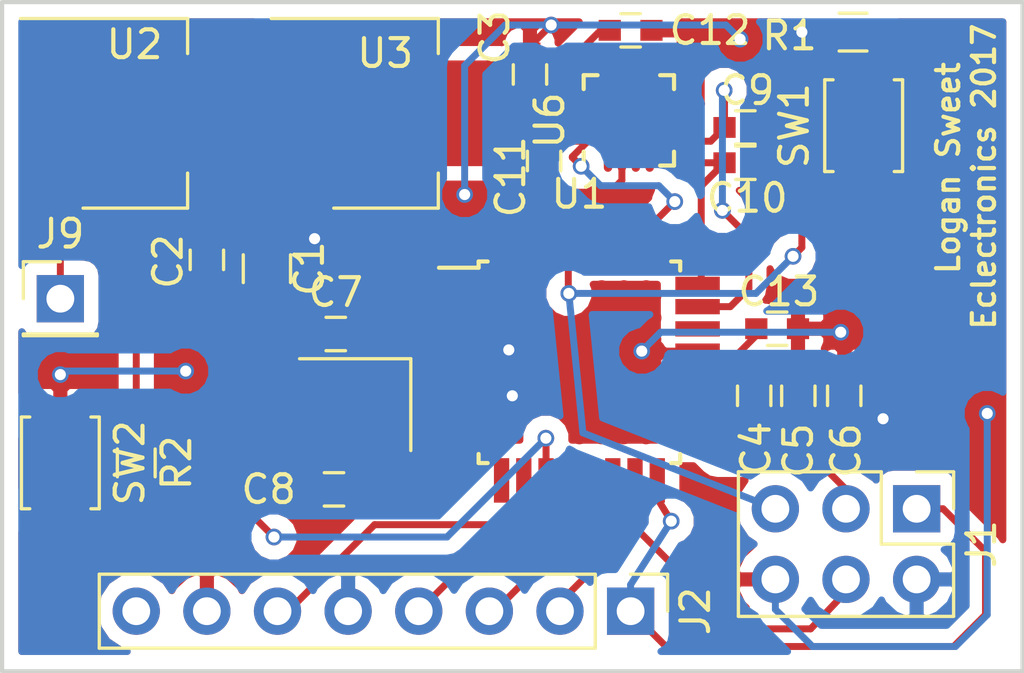
<source format=kicad_pcb>
(kicad_pcb (version 4) (host pcbnew 4.0.7)

  (general
    (links 70)
    (no_connects 0)
    (area 174.606881 80.729904 214.197001 116.762382)
    (thickness 1.6)
    (drawings 6)
    (tracks 218)
    (zones 0)
    (modules 25)
    (nets 40)
  )

  (page A4)
  (layers
    (0 F.Cu signal)
    (31 B.Cu signal)
    (32 B.Adhes user)
    (33 F.Adhes user)
    (34 B.Paste user)
    (35 F.Paste user)
    (36 B.SilkS user)
    (37 F.SilkS user)
    (38 B.Mask user)
    (39 F.Mask user)
    (40 Dwgs.User user)
    (41 Cmts.User user)
    (42 Eco1.User user)
    (43 Eco2.User user)
    (44 Edge.Cuts user)
    (45 Margin user)
    (46 B.CrtYd user hide)
    (47 F.CrtYd user)
    (48 B.Fab user)
    (49 F.Fab user hide)
  )

  (setup
    (last_trace_width 0.36)
    (trace_clearance 0.36)
    (zone_clearance 0.508)
    (zone_45_only no)
    (trace_min 0.16)
    (segment_width 0.2)
    (edge_width 0.15)
    (via_size 0.59)
    (via_drill 0.49)
    (via_min_size 0.59)
    (via_min_drill 0.39)
    (uvia_size 0.69)
    (uvia_drill 0.49)
    (uvias_allowed no)
    (uvia_min_size 0.69)
    (uvia_min_drill 0.49)
    (pcb_text_width 0.3)
    (pcb_text_size 1.5 1.5)
    (mod_edge_width 0.15)
    (mod_text_size 1 1)
    (mod_text_width 0.15)
    (pad_size 1.524 1.524)
    (pad_drill 0.762)
    (pad_to_mask_clearance 0.2)
    (aux_axis_origin 0 0)
    (visible_elements 7FFFFFFF)
    (pcbplotparams
      (layerselection 0x01030_80000001)
      (usegerberextensions false)
      (excludeedgelayer true)
      (linewidth 0.100000)
      (plotframeref false)
      (viasonmask false)
      (mode 1)
      (useauxorigin false)
      (hpglpennumber 1)
      (hpglpenspeed 20)
      (hpglpendiameter 15)
      (hpglpenoverlay 2)
      (psnegative false)
      (psa4output false)
      (plotreference true)
      (plotvalue true)
      (plotinvisibletext false)
      (padsonsilk false)
      (subtractmaskfromsilk false)
      (outputformat 1)
      (mirror false)
      (drillshape 0)
      (scaleselection 1)
      (outputdirectory ../FinalProject3Gerbers/))
  )

  (net 0 "")
  (net 1 5V)
  (net 2 3.3V)
  (net 3 "Net-(C7-Pad2)")
  (net 4 "Net-(C8-Pad2)")
  (net 5 A0)
  (net 6 A1)
  (net 7 A2)
  (net 8 "Net-(C13-Pad1)")
  (net 9 BLE_MOD)
  (net 10 SCK)
  (net 11 BLE_CTS)
  (net 12 Reset)
  (net 13 BLE_TXO)
  (net 14 BLE_RXI)
  (net 15 BLE_RTS)
  (net 16 "Net-(J2-Pad8)")
  (net 17 D7)
  (net 18 "Net-(U1-Pad1)")
  (net 19 "Net-(U1-Pad2)")
  (net 20 "Net-(U1-Pad9)")
  (net 21 "Net-(U1-Pad10)")
  (net 22 "Net-(U1-Pad19)")
  (net 23 "Net-(U1-Pad22)")
  (net 24 "Net-(U1-Pad26)")
  (net 25 "Net-(U1-Pad27)")
  (net 26 "Net-(U1-Pad28)")
  (net 27 "Net-(U1-Pad30)")
  (net 28 "Net-(U1-Pad31)")
  (net 29 "Net-(U1-Pad32)")
  (net 30 "Net-(U6-Pad1)")
  (net 31 "Net-(U6-Pad3)")
  (net 32 "Net-(U6-Pad8)")
  (net 33 "Net-(U6-Pad9)")
  (net 34 "Net-(U6-Pad10)")
  (net 35 "Net-(U6-Pad11)")
  (net 36 "Net-(U6-Pad12)")
  (net 37 "Net-(U6-Pad13)")
  (net 38 GND)
  (net 39 "Net-(J9-Pad1)")

  (net_class Default "This is the default net class."
    (clearance 0.36)
    (trace_width 0.36)
    (via_dia 0.59)
    (via_drill 0.49)
    (uvia_dia 0.69)
    (uvia_drill 0.49)
    (add_net 3.3V)
    (add_net 5V)
    (add_net A0)
    (add_net A1)
    (add_net A2)
    (add_net BLE_CTS)
    (add_net BLE_MOD)
    (add_net BLE_RTS)
    (add_net BLE_RXI)
    (add_net BLE_TXO)
    (add_net D7)
    (add_net GND)
    (add_net "Net-(C13-Pad1)")
    (add_net "Net-(C7-Pad2)")
    (add_net "Net-(C8-Pad2)")
    (add_net "Net-(J2-Pad8)")
    (add_net "Net-(J9-Pad1)")
    (add_net "Net-(U1-Pad1)")
    (add_net "Net-(U1-Pad10)")
    (add_net "Net-(U1-Pad19)")
    (add_net "Net-(U1-Pad2)")
    (add_net "Net-(U1-Pad22)")
    (add_net "Net-(U1-Pad26)")
    (add_net "Net-(U1-Pad27)")
    (add_net "Net-(U1-Pad28)")
    (add_net "Net-(U1-Pad30)")
    (add_net "Net-(U1-Pad31)")
    (add_net "Net-(U1-Pad32)")
    (add_net "Net-(U1-Pad9)")
    (add_net "Net-(U6-Pad1)")
    (add_net "Net-(U6-Pad10)")
    (add_net "Net-(U6-Pad11)")
    (add_net "Net-(U6-Pad12)")
    (add_net "Net-(U6-Pad13)")
    (add_net "Net-(U6-Pad3)")
    (add_net "Net-(U6-Pad8)")
    (add_net "Net-(U6-Pad9)")
    (add_net Reset)
    (add_net SCK)
  )

  (module Capacitors_SMD:C_0805 (layer F.Cu) (tedit 5A1B1340) (tstamp 5A1AD0FE)
    (at 186.944 98.044 270)
    (descr "Capacitor SMD 0805, reflow soldering, AVX (see smccp.pdf)")
    (tags "capacitor 0805")
    (path /59F7D5FE)
    (attr smd)
    (fp_text reference C1 (at 0 -1.524 270) (layer F.SilkS)
      (effects (font (size 1 1) (thickness 0.15)))
    )
    (fp_text value 10u (at 0 1.75 270) (layer F.Fab)
      (effects (font (size 1 1) (thickness 0.15)))
    )
    (fp_text user %R (at 0 -1.5 270) (layer F.Fab)
      (effects (font (size 1 1) (thickness 0.15)))
    )
    (fp_line (start -1 0.62) (end -1 -0.62) (layer F.Fab) (width 0.1))
    (fp_line (start 1 0.62) (end -1 0.62) (layer F.Fab) (width 0.1))
    (fp_line (start 1 -0.62) (end 1 0.62) (layer F.Fab) (width 0.1))
    (fp_line (start -1 -0.62) (end 1 -0.62) (layer F.Fab) (width 0.1))
    (fp_line (start 0.5 -0.85) (end -0.5 -0.85) (layer F.SilkS) (width 0.12))
    (fp_line (start -0.5 0.85) (end 0.5 0.85) (layer F.SilkS) (width 0.12))
    (fp_line (start -1.75 -0.88) (end 1.75 -0.88) (layer F.CrtYd) (width 0.05))
    (fp_line (start -1.75 -0.88) (end -1.75 0.87) (layer F.CrtYd) (width 0.05))
    (fp_line (start 1.75 0.87) (end 1.75 -0.88) (layer F.CrtYd) (width 0.05))
    (fp_line (start 1.75 0.87) (end -1.75 0.87) (layer F.CrtYd) (width 0.05))
    (pad 1 smd rect (at -1 0 270) (size 1 1.25) (layers F.Cu F.Paste F.Mask)
      (net 1 5V))
    (pad 2 smd rect (at 1 0 270) (size 1 1.25) (layers F.Cu F.Paste F.Mask)
      (net 38 GND))
    (model Capacitors_SMD.3dshapes/C_0805.wrl
      (at (xyz 0 0 0))
      (scale (xyz 1 1 1))
      (rotate (xyz 0 0 0))
    )
  )

  (module Capacitors_SMD:C_0603 (layer F.Cu) (tedit 5A1B1337) (tstamp 5A1AD104)
    (at 184.785 97.7265 270)
    (descr "Capacitor SMD 0603, reflow soldering, AVX (see smccp.pdf)")
    (tags "capacitor 0603")
    (path /59F7D948)
    (attr smd)
    (fp_text reference C2 (at 0.0635 1.397 270) (layer F.SilkS)
      (effects (font (size 1 1) (thickness 0.15)))
    )
    (fp_text value 0.1u (at 0 1.5 270) (layer F.Fab)
      (effects (font (size 1 1) (thickness 0.15)))
    )
    (fp_line (start 1.4 0.65) (end -1.4 0.65) (layer F.CrtYd) (width 0.05))
    (fp_line (start 1.4 0.65) (end 1.4 -0.65) (layer F.CrtYd) (width 0.05))
    (fp_line (start -1.4 -0.65) (end -1.4 0.65) (layer F.CrtYd) (width 0.05))
    (fp_line (start -1.4 -0.65) (end 1.4 -0.65) (layer F.CrtYd) (width 0.05))
    (fp_line (start 0.35 0.6) (end -0.35 0.6) (layer F.SilkS) (width 0.12))
    (fp_line (start -0.35 -0.6) (end 0.35 -0.6) (layer F.SilkS) (width 0.12))
    (fp_line (start -0.8 -0.4) (end 0.8 -0.4) (layer F.Fab) (width 0.1))
    (fp_line (start 0.8 -0.4) (end 0.8 0.4) (layer F.Fab) (width 0.1))
    (fp_line (start 0.8 0.4) (end -0.8 0.4) (layer F.Fab) (width 0.1))
    (fp_line (start -0.8 0.4) (end -0.8 -0.4) (layer F.Fab) (width 0.1))
    (fp_text user %R (at 0 0 270) (layer F.Fab)
      (effects (font (size 0.3 0.3) (thickness 0.075)))
    )
    (pad 2 smd rect (at 0.75 0 270) (size 0.8 0.75) (layers F.Cu F.Paste F.Mask)
      (net 38 GND))
    (pad 1 smd rect (at -0.75 0 270) (size 0.8 0.75) (layers F.Cu F.Paste F.Mask)
      (net 1 5V))
    (model Capacitors_SMD.3dshapes/C_0603.wrl
      (at (xyz 0 0 0))
      (scale (xyz 1 1 1))
      (rotate (xyz 0 0 0))
    )
  )

  (module Capacitors_SMD:C_0603 (layer F.Cu) (tedit 5A1B13A2) (tstamp 5A1AD10A)
    (at 196.4055 91.059 90)
    (descr "Capacitor SMD 0603, reflow soldering, AVX (see smccp.pdf)")
    (tags "capacitor 0603")
    (path /59F7E9D5)
    (attr smd)
    (fp_text reference C3 (at 1.3335 -1.27 90) (layer F.SilkS)
      (effects (font (size 1 1) (thickness 0.15)))
    )
    (fp_text value 1u (at 0 1.5 90) (layer F.Fab)
      (effects (font (size 1 1) (thickness 0.15)))
    )
    (fp_line (start 1.4 0.65) (end -1.4 0.65) (layer F.CrtYd) (width 0.05))
    (fp_line (start 1.4 0.65) (end 1.4 -0.65) (layer F.CrtYd) (width 0.05))
    (fp_line (start -1.4 -0.65) (end -1.4 0.65) (layer F.CrtYd) (width 0.05))
    (fp_line (start -1.4 -0.65) (end 1.4 -0.65) (layer F.CrtYd) (width 0.05))
    (fp_line (start 0.35 0.6) (end -0.35 0.6) (layer F.SilkS) (width 0.12))
    (fp_line (start -0.35 -0.6) (end 0.35 -0.6) (layer F.SilkS) (width 0.12))
    (fp_line (start -0.8 -0.4) (end 0.8 -0.4) (layer F.Fab) (width 0.1))
    (fp_line (start 0.8 -0.4) (end 0.8 0.4) (layer F.Fab) (width 0.1))
    (fp_line (start 0.8 0.4) (end -0.8 0.4) (layer F.Fab) (width 0.1))
    (fp_line (start -0.8 0.4) (end -0.8 -0.4) (layer F.Fab) (width 0.1))
    (fp_text user %R (at 0 0 90) (layer F.Fab)
      (effects (font (size 0.3 0.3) (thickness 0.075)))
    )
    (pad 2 smd rect (at 0.75 0 90) (size 0.8 0.75) (layers F.Cu F.Paste F.Mask)
      (net 38 GND))
    (pad 1 smd rect (at -0.75 0 90) (size 0.8 0.75) (layers F.Cu F.Paste F.Mask)
      (net 2 3.3V))
    (model Capacitors_SMD.3dshapes/C_0603.wrl
      (at (xyz 0 0 0))
      (scale (xyz 1 1 1))
      (rotate (xyz 0 0 0))
    )
  )

  (module Capacitors_SMD:C_0603 (layer F.Cu) (tedit 5A1B136F) (tstamp 5A1AD110)
    (at 204.47 102.616 90)
    (descr "Capacitor SMD 0603, reflow soldering, AVX (see smccp.pdf)")
    (tags "capacitor 0603")
    (path /59F7632A)
    (attr smd)
    (fp_text reference C4 (at -1.905 0.0635 90) (layer F.SilkS)
      (effects (font (size 1 1) (thickness 0.15)))
    )
    (fp_text value 1u (at 0 1.5 90) (layer F.Fab)
      (effects (font (size 1 1) (thickness 0.15)))
    )
    (fp_line (start 1.4 0.65) (end -1.4 0.65) (layer F.CrtYd) (width 0.05))
    (fp_line (start 1.4 0.65) (end 1.4 -0.65) (layer F.CrtYd) (width 0.05))
    (fp_line (start -1.4 -0.65) (end -1.4 0.65) (layer F.CrtYd) (width 0.05))
    (fp_line (start -1.4 -0.65) (end 1.4 -0.65) (layer F.CrtYd) (width 0.05))
    (fp_line (start 0.35 0.6) (end -0.35 0.6) (layer F.SilkS) (width 0.12))
    (fp_line (start -0.35 -0.6) (end 0.35 -0.6) (layer F.SilkS) (width 0.12))
    (fp_line (start -0.8 -0.4) (end 0.8 -0.4) (layer F.Fab) (width 0.1))
    (fp_line (start 0.8 -0.4) (end 0.8 0.4) (layer F.Fab) (width 0.1))
    (fp_line (start 0.8 0.4) (end -0.8 0.4) (layer F.Fab) (width 0.1))
    (fp_line (start -0.8 0.4) (end -0.8 -0.4) (layer F.Fab) (width 0.1))
    (fp_text user %R (at 0 0 90) (layer F.Fab)
      (effects (font (size 0.3 0.3) (thickness 0.075)))
    )
    (pad 2 smd rect (at 0.75 0 90) (size 0.8 0.75) (layers F.Cu F.Paste F.Mask)
      (net 38 GND))
    (pad 1 smd rect (at -0.75 0 90) (size 0.8 0.75) (layers F.Cu F.Paste F.Mask)
      (net 1 5V))
    (model Capacitors_SMD.3dshapes/C_0603.wrl
      (at (xyz 0 0 0))
      (scale (xyz 1 1 1))
      (rotate (xyz 0 0 0))
    )
  )

  (module Capacitors_SMD:C_0603 (layer F.Cu) (tedit 5A1B1369) (tstamp 5A1AD116)
    (at 206.0575 102.616 90)
    (descr "Capacitor SMD 0603, reflow soldering, AVX (see smccp.pdf)")
    (tags "capacitor 0603")
    (path /59F762FD)
    (attr smd)
    (fp_text reference C5 (at -1.9685 0 90) (layer F.SilkS)
      (effects (font (size 1 1) (thickness 0.15)))
    )
    (fp_text value 1u (at 0 1.5 90) (layer F.Fab)
      (effects (font (size 1 1) (thickness 0.15)))
    )
    (fp_line (start 1.4 0.65) (end -1.4 0.65) (layer F.CrtYd) (width 0.05))
    (fp_line (start 1.4 0.65) (end 1.4 -0.65) (layer F.CrtYd) (width 0.05))
    (fp_line (start -1.4 -0.65) (end -1.4 0.65) (layer F.CrtYd) (width 0.05))
    (fp_line (start -1.4 -0.65) (end 1.4 -0.65) (layer F.CrtYd) (width 0.05))
    (fp_line (start 0.35 0.6) (end -0.35 0.6) (layer F.SilkS) (width 0.12))
    (fp_line (start -0.35 -0.6) (end 0.35 -0.6) (layer F.SilkS) (width 0.12))
    (fp_line (start -0.8 -0.4) (end 0.8 -0.4) (layer F.Fab) (width 0.1))
    (fp_line (start 0.8 -0.4) (end 0.8 0.4) (layer F.Fab) (width 0.1))
    (fp_line (start 0.8 0.4) (end -0.8 0.4) (layer F.Fab) (width 0.1))
    (fp_line (start -0.8 0.4) (end -0.8 -0.4) (layer F.Fab) (width 0.1))
    (fp_text user %R (at 0 0 90) (layer F.Fab)
      (effects (font (size 0.3 0.3) (thickness 0.075)))
    )
    (pad 2 smd rect (at 0.75 0 90) (size 0.8 0.75) (layers F.Cu F.Paste F.Mask)
      (net 38 GND))
    (pad 1 smd rect (at -0.75 0 90) (size 0.8 0.75) (layers F.Cu F.Paste F.Mask)
      (net 1 5V))
    (model Capacitors_SMD.3dshapes/C_0603.wrl
      (at (xyz 0 0 0))
      (scale (xyz 1 1 1))
      (rotate (xyz 0 0 0))
    )
  )

  (module Capacitors_SMD:C_0603 (layer F.Cu) (tedit 5A1B1374) (tstamp 5A1AD11C)
    (at 207.7085 102.616 90)
    (descr "Capacitor SMD 0603, reflow soldering, AVX (see smccp.pdf)")
    (tags "capacitor 0603")
    (path /59F76286)
    (attr smd)
    (fp_text reference C6 (at -1.9685 0.0635 90) (layer F.SilkS)
      (effects (font (size 1 1) (thickness 0.15)))
    )
    (fp_text value 1u (at 0 1.5 90) (layer F.Fab)
      (effects (font (size 1 1) (thickness 0.15)))
    )
    (fp_line (start 1.4 0.65) (end -1.4 0.65) (layer F.CrtYd) (width 0.05))
    (fp_line (start 1.4 0.65) (end 1.4 -0.65) (layer F.CrtYd) (width 0.05))
    (fp_line (start -1.4 -0.65) (end -1.4 0.65) (layer F.CrtYd) (width 0.05))
    (fp_line (start -1.4 -0.65) (end 1.4 -0.65) (layer F.CrtYd) (width 0.05))
    (fp_line (start 0.35 0.6) (end -0.35 0.6) (layer F.SilkS) (width 0.12))
    (fp_line (start -0.35 -0.6) (end 0.35 -0.6) (layer F.SilkS) (width 0.12))
    (fp_line (start -0.8 -0.4) (end 0.8 -0.4) (layer F.Fab) (width 0.1))
    (fp_line (start 0.8 -0.4) (end 0.8 0.4) (layer F.Fab) (width 0.1))
    (fp_line (start 0.8 0.4) (end -0.8 0.4) (layer F.Fab) (width 0.1))
    (fp_line (start -0.8 0.4) (end -0.8 -0.4) (layer F.Fab) (width 0.1))
    (fp_text user %R (at 0 0 90) (layer F.Fab)
      (effects (font (size 0.3 0.3) (thickness 0.075)))
    )
    (pad 2 smd rect (at 0.75 0 90) (size 0.8 0.75) (layers F.Cu F.Paste F.Mask)
      (net 38 GND))
    (pad 1 smd rect (at -0.75 0 90) (size 0.8 0.75) (layers F.Cu F.Paste F.Mask)
      (net 1 5V))
    (model Capacitors_SMD.3dshapes/C_0603.wrl
      (at (xyz 0 0 0))
      (scale (xyz 1 1 1))
      (rotate (xyz 0 0 0))
    )
  )

  (module Capacitors_SMD:C_0603 (layer F.Cu) (tedit 59958EE7) (tstamp 5A1AD122)
    (at 189.4205 100.3935)
    (descr "Capacitor SMD 0603, reflow soldering, AVX (see smccp.pdf)")
    (tags "capacitor 0603")
    (path /59F76994)
    (attr smd)
    (fp_text reference C7 (at 0 -1.5) (layer F.SilkS)
      (effects (font (size 1 1) (thickness 0.15)))
    )
    (fp_text value 10p (at 0 1.5) (layer F.Fab)
      (effects (font (size 1 1) (thickness 0.15)))
    )
    (fp_line (start 1.4 0.65) (end -1.4 0.65) (layer F.CrtYd) (width 0.05))
    (fp_line (start 1.4 0.65) (end 1.4 -0.65) (layer F.CrtYd) (width 0.05))
    (fp_line (start -1.4 -0.65) (end -1.4 0.65) (layer F.CrtYd) (width 0.05))
    (fp_line (start -1.4 -0.65) (end 1.4 -0.65) (layer F.CrtYd) (width 0.05))
    (fp_line (start 0.35 0.6) (end -0.35 0.6) (layer F.SilkS) (width 0.12))
    (fp_line (start -0.35 -0.6) (end 0.35 -0.6) (layer F.SilkS) (width 0.12))
    (fp_line (start -0.8 -0.4) (end 0.8 -0.4) (layer F.Fab) (width 0.1))
    (fp_line (start 0.8 -0.4) (end 0.8 0.4) (layer F.Fab) (width 0.1))
    (fp_line (start 0.8 0.4) (end -0.8 0.4) (layer F.Fab) (width 0.1))
    (fp_line (start -0.8 0.4) (end -0.8 -0.4) (layer F.Fab) (width 0.1))
    (fp_text user %R (at 0 0) (layer F.Fab)
      (effects (font (size 0.3 0.3) (thickness 0.075)))
    )
    (pad 2 smd rect (at 0.75 0) (size 0.8 0.75) (layers F.Cu F.Paste F.Mask)
      (net 3 "Net-(C7-Pad2)"))
    (pad 1 smd rect (at -0.75 0) (size 0.8 0.75) (layers F.Cu F.Paste F.Mask)
      (net 38 GND))
    (model Capacitors_SMD.3dshapes/C_0603.wrl
      (at (xyz 0 0 0))
      (scale (xyz 1 1 1))
      (rotate (xyz 0 0 0))
    )
  )

  (module Capacitors_SMD:C_0603 (layer F.Cu) (tedit 5A1B1349) (tstamp 5A1AD128)
    (at 189.357 105.9815)
    (descr "Capacitor SMD 0603, reflow soldering, AVX (see smccp.pdf)")
    (tags "capacitor 0603")
    (path /59F76ABB)
    (attr smd)
    (fp_text reference C8 (at -2.3495 0) (layer F.SilkS)
      (effects (font (size 1 1) (thickness 0.15)))
    )
    (fp_text value 10p (at 0 1.5) (layer F.Fab)
      (effects (font (size 1 1) (thickness 0.15)))
    )
    (fp_line (start 1.4 0.65) (end -1.4 0.65) (layer F.CrtYd) (width 0.05))
    (fp_line (start 1.4 0.65) (end 1.4 -0.65) (layer F.CrtYd) (width 0.05))
    (fp_line (start -1.4 -0.65) (end -1.4 0.65) (layer F.CrtYd) (width 0.05))
    (fp_line (start -1.4 -0.65) (end 1.4 -0.65) (layer F.CrtYd) (width 0.05))
    (fp_line (start 0.35 0.6) (end -0.35 0.6) (layer F.SilkS) (width 0.12))
    (fp_line (start -0.35 -0.6) (end 0.35 -0.6) (layer F.SilkS) (width 0.12))
    (fp_line (start -0.8 -0.4) (end 0.8 -0.4) (layer F.Fab) (width 0.1))
    (fp_line (start 0.8 -0.4) (end 0.8 0.4) (layer F.Fab) (width 0.1))
    (fp_line (start 0.8 0.4) (end -0.8 0.4) (layer F.Fab) (width 0.1))
    (fp_line (start -0.8 0.4) (end -0.8 -0.4) (layer F.Fab) (width 0.1))
    (fp_text user %R (at 0 0) (layer F.Fab)
      (effects (font (size 0.3 0.3) (thickness 0.075)))
    )
    (pad 2 smd rect (at 0.75 0) (size 0.8 0.75) (layers F.Cu F.Paste F.Mask)
      (net 4 "Net-(C8-Pad2)"))
    (pad 1 smd rect (at -0.75 0) (size 0.8 0.75) (layers F.Cu F.Paste F.Mask)
      (net 38 GND))
    (model Capacitors_SMD.3dshapes/C_0603.wrl
      (at (xyz 0 0 0))
      (scale (xyz 1 1 1))
      (rotate (xyz 0 0 0))
    )
  )

  (module Capacitors_SMD:C_0603 (layer F.Cu) (tedit 5A1B1385) (tstamp 5A1AD12E)
    (at 204.1525 92.964 180)
    (descr "Capacitor SMD 0603, reflow soldering, AVX (see smccp.pdf)")
    (tags "capacitor 0603")
    (path /5A0E3CA8)
    (attr smd)
    (fp_text reference C9 (at -0.0635 1.3335 180) (layer F.SilkS)
      (effects (font (size 1 1) (thickness 0.15)))
    )
    (fp_text value 10p (at 0 1.5 180) (layer F.Fab)
      (effects (font (size 1 1) (thickness 0.15)))
    )
    (fp_line (start 1.4 0.65) (end -1.4 0.65) (layer F.CrtYd) (width 0.05))
    (fp_line (start 1.4 0.65) (end 1.4 -0.65) (layer F.CrtYd) (width 0.05))
    (fp_line (start -1.4 -0.65) (end -1.4 0.65) (layer F.CrtYd) (width 0.05))
    (fp_line (start -1.4 -0.65) (end 1.4 -0.65) (layer F.CrtYd) (width 0.05))
    (fp_line (start 0.35 0.6) (end -0.35 0.6) (layer F.SilkS) (width 0.12))
    (fp_line (start -0.35 -0.6) (end 0.35 -0.6) (layer F.SilkS) (width 0.12))
    (fp_line (start -0.8 -0.4) (end 0.8 -0.4) (layer F.Fab) (width 0.1))
    (fp_line (start 0.8 -0.4) (end 0.8 0.4) (layer F.Fab) (width 0.1))
    (fp_line (start 0.8 0.4) (end -0.8 0.4) (layer F.Fab) (width 0.1))
    (fp_line (start -0.8 0.4) (end -0.8 -0.4) (layer F.Fab) (width 0.1))
    (fp_text user %R (at 0 0 180) (layer F.Fab)
      (effects (font (size 0.3 0.3) (thickness 0.075)))
    )
    (pad 2 smd rect (at 0.75 0 180) (size 0.8 0.75) (layers F.Cu F.Paste F.Mask)
      (net 5 A0))
    (pad 1 smd rect (at -0.75 0 180) (size 0.8 0.75) (layers F.Cu F.Paste F.Mask)
      (net 38 GND))
    (model Capacitors_SMD.3dshapes/C_0603.wrl
      (at (xyz 0 0 0))
      (scale (xyz 1 1 1))
      (rotate (xyz 0 0 0))
    )
  )

  (module Capacitors_SMD:C_0603 (layer F.Cu) (tedit 5A1B1389) (tstamp 5A1AD134)
    (at 204.1525 94.234 180)
    (descr "Capacitor SMD 0603, reflow soldering, AVX (see smccp.pdf)")
    (tags "capacitor 0603")
    (path /5A0E380B)
    (attr smd)
    (fp_text reference C10 (at -0.0635 -1.27 180) (layer F.SilkS)
      (effects (font (size 1 1) (thickness 0.15)))
    )
    (fp_text value 10p (at 0 1.5 180) (layer F.Fab)
      (effects (font (size 1 1) (thickness 0.15)))
    )
    (fp_line (start 1.4 0.65) (end -1.4 0.65) (layer F.CrtYd) (width 0.05))
    (fp_line (start 1.4 0.65) (end 1.4 -0.65) (layer F.CrtYd) (width 0.05))
    (fp_line (start -1.4 -0.65) (end -1.4 0.65) (layer F.CrtYd) (width 0.05))
    (fp_line (start -1.4 -0.65) (end 1.4 -0.65) (layer F.CrtYd) (width 0.05))
    (fp_line (start 0.35 0.6) (end -0.35 0.6) (layer F.SilkS) (width 0.12))
    (fp_line (start -0.35 -0.6) (end 0.35 -0.6) (layer F.SilkS) (width 0.12))
    (fp_line (start -0.8 -0.4) (end 0.8 -0.4) (layer F.Fab) (width 0.1))
    (fp_line (start 0.8 -0.4) (end 0.8 0.4) (layer F.Fab) (width 0.1))
    (fp_line (start 0.8 0.4) (end -0.8 0.4) (layer F.Fab) (width 0.1))
    (fp_line (start -0.8 0.4) (end -0.8 -0.4) (layer F.Fab) (width 0.1))
    (fp_text user %R (at 0 0 180) (layer F.Fab)
      (effects (font (size 0.3 0.3) (thickness 0.075)))
    )
    (pad 2 smd rect (at 0.75 0 180) (size 0.8 0.75) (layers F.Cu F.Paste F.Mask)
      (net 6 A1))
    (pad 1 smd rect (at -0.75 0 180) (size 0.8 0.75) (layers F.Cu F.Paste F.Mask)
      (net 38 GND))
    (model Capacitors_SMD.3dshapes/C_0603.wrl
      (at (xyz 0 0 0))
      (scale (xyz 1 1 1))
      (rotate (xyz 0 0 0))
    )
  )

  (module Capacitors_SMD:C_0603 (layer F.Cu) (tedit 5A1B13A6) (tstamp 5A1AD13A)
    (at 196.9135 94.1705 90)
    (descr "Capacitor SMD 0603, reflow soldering, AVX (see smccp.pdf)")
    (tags "capacitor 0603")
    (path /5A0E3767)
    (attr smd)
    (fp_text reference C11 (at -0.5715 -1.2065 90) (layer F.SilkS)
      (effects (font (size 1 1) (thickness 0.15)))
    )
    (fp_text value 10p (at 0 1.5 90) (layer F.Fab)
      (effects (font (size 1 1) (thickness 0.15)))
    )
    (fp_line (start 1.4 0.65) (end -1.4 0.65) (layer F.CrtYd) (width 0.05))
    (fp_line (start 1.4 0.65) (end 1.4 -0.65) (layer F.CrtYd) (width 0.05))
    (fp_line (start -1.4 -0.65) (end -1.4 0.65) (layer F.CrtYd) (width 0.05))
    (fp_line (start -1.4 -0.65) (end 1.4 -0.65) (layer F.CrtYd) (width 0.05))
    (fp_line (start 0.35 0.6) (end -0.35 0.6) (layer F.SilkS) (width 0.12))
    (fp_line (start -0.35 -0.6) (end 0.35 -0.6) (layer F.SilkS) (width 0.12))
    (fp_line (start -0.8 -0.4) (end 0.8 -0.4) (layer F.Fab) (width 0.1))
    (fp_line (start 0.8 -0.4) (end 0.8 0.4) (layer F.Fab) (width 0.1))
    (fp_line (start 0.8 0.4) (end -0.8 0.4) (layer F.Fab) (width 0.1))
    (fp_line (start -0.8 0.4) (end -0.8 -0.4) (layer F.Fab) (width 0.1))
    (fp_text user %R (at 0 0 90) (layer F.Fab)
      (effects (font (size 0.3 0.3) (thickness 0.075)))
    )
    (pad 2 smd rect (at 0.75 0 90) (size 0.8 0.75) (layers F.Cu F.Paste F.Mask)
      (net 7 A2))
    (pad 1 smd rect (at -0.75 0 90) (size 0.8 0.75) (layers F.Cu F.Paste F.Mask)
      (net 38 GND))
    (model Capacitors_SMD.3dshapes/C_0603.wrl
      (at (xyz 0 0 0))
      (scale (xyz 1 1 1))
      (rotate (xyz 0 0 0))
    )
  )

  (module Capacitors_SMD:C_0603 (layer F.Cu) (tedit 5A1B1390) (tstamp 5A1AD140)
    (at 200.025 89.4715)
    (descr "Capacitor SMD 0603, reflow soldering, AVX (see smccp.pdf)")
    (tags "capacitor 0603")
    (path /59F7AB75)
    (attr smd)
    (fp_text reference C12 (at 2.8575 0) (layer F.SilkS)
      (effects (font (size 1 1) (thickness 0.15)))
    )
    (fp_text value 0.1u (at 0 1.5) (layer F.Fab)
      (effects (font (size 1 1) (thickness 0.15)))
    )
    (fp_line (start 1.4 0.65) (end -1.4 0.65) (layer F.CrtYd) (width 0.05))
    (fp_line (start 1.4 0.65) (end 1.4 -0.65) (layer F.CrtYd) (width 0.05))
    (fp_line (start -1.4 -0.65) (end -1.4 0.65) (layer F.CrtYd) (width 0.05))
    (fp_line (start -1.4 -0.65) (end 1.4 -0.65) (layer F.CrtYd) (width 0.05))
    (fp_line (start 0.35 0.6) (end -0.35 0.6) (layer F.SilkS) (width 0.12))
    (fp_line (start -0.35 -0.6) (end 0.35 -0.6) (layer F.SilkS) (width 0.12))
    (fp_line (start -0.8 -0.4) (end 0.8 -0.4) (layer F.Fab) (width 0.1))
    (fp_line (start 0.8 -0.4) (end 0.8 0.4) (layer F.Fab) (width 0.1))
    (fp_line (start 0.8 0.4) (end -0.8 0.4) (layer F.Fab) (width 0.1))
    (fp_line (start -0.8 0.4) (end -0.8 -0.4) (layer F.Fab) (width 0.1))
    (fp_text user %R (at 0 0) (layer F.Fab)
      (effects (font (size 0.3 0.3) (thickness 0.075)))
    )
    (pad 2 smd rect (at 0.75 0) (size 0.8 0.75) (layers F.Cu F.Paste F.Mask)
      (net 38 GND))
    (pad 1 smd rect (at -0.75 0) (size 0.8 0.75) (layers F.Cu F.Paste F.Mask)
      (net 2 3.3V))
    (model Capacitors_SMD.3dshapes/C_0603.wrl
      (at (xyz 0 0 0))
      (scale (xyz 1 1 1))
      (rotate (xyz 0 0 0))
    )
  )

  (module Capacitors_SMD:C_0603 (layer F.Cu) (tedit 5A1B137C) (tstamp 5A1AD146)
    (at 205.2955 100.203)
    (descr "Capacitor SMD 0603, reflow soldering, AVX (see smccp.pdf)")
    (tags "capacitor 0603")
    (path /59F764E5)
    (attr smd)
    (fp_text reference C13 (at 0.0635 -1.3335) (layer F.SilkS)
      (effects (font (size 1 1) (thickness 0.15)))
    )
    (fp_text value 0.1u (at 0 1.5) (layer F.Fab)
      (effects (font (size 1 1) (thickness 0.15)))
    )
    (fp_line (start 1.4 0.65) (end -1.4 0.65) (layer F.CrtYd) (width 0.05))
    (fp_line (start 1.4 0.65) (end 1.4 -0.65) (layer F.CrtYd) (width 0.05))
    (fp_line (start -1.4 -0.65) (end -1.4 0.65) (layer F.CrtYd) (width 0.05))
    (fp_line (start -1.4 -0.65) (end 1.4 -0.65) (layer F.CrtYd) (width 0.05))
    (fp_line (start 0.35 0.6) (end -0.35 0.6) (layer F.SilkS) (width 0.12))
    (fp_line (start -0.35 -0.6) (end 0.35 -0.6) (layer F.SilkS) (width 0.12))
    (fp_line (start -0.8 -0.4) (end 0.8 -0.4) (layer F.Fab) (width 0.1))
    (fp_line (start 0.8 -0.4) (end 0.8 0.4) (layer F.Fab) (width 0.1))
    (fp_line (start 0.8 0.4) (end -0.8 0.4) (layer F.Fab) (width 0.1))
    (fp_line (start -0.8 0.4) (end -0.8 -0.4) (layer F.Fab) (width 0.1))
    (fp_text user %R (at 0 0) (layer F.Fab)
      (effects (font (size 0.3 0.3) (thickness 0.075)))
    )
    (pad 2 smd rect (at 0.75 0) (size 0.8 0.75) (layers F.Cu F.Paste F.Mask)
      (net 38 GND))
    (pad 1 smd rect (at -0.75 0) (size 0.8 0.75) (layers F.Cu F.Paste F.Mask)
      (net 8 "Net-(C13-Pad1)"))
    (model Capacitors_SMD.3dshapes/C_0603.wrl
      (at (xyz 0 0 0))
      (scale (xyz 1 1 1))
      (rotate (xyz 0 0 0))
    )
  )

  (module Pin_Headers:Pin_Header_Straight_2x03_Pitch2.54mm (layer F.Cu) (tedit 59650532) (tstamp 5A1AD150)
    (at 210.312 106.68 270)
    (descr "Through hole straight pin header, 2x03, 2.54mm pitch, double rows")
    (tags "Through hole pin header THT 2x03 2.54mm double row")
    (path /59F76F8C)
    (fp_text reference J1 (at 1.27 -2.33 270) (layer F.SilkS)
      (effects (font (size 1 1) (thickness 0.15)))
    )
    (fp_text value Conn_02x03_Odd_Even (at 1.27 7.41 270) (layer F.Fab)
      (effects (font (size 1 1) (thickness 0.15)))
    )
    (fp_line (start 0 -1.27) (end 3.81 -1.27) (layer F.Fab) (width 0.1))
    (fp_line (start 3.81 -1.27) (end 3.81 6.35) (layer F.Fab) (width 0.1))
    (fp_line (start 3.81 6.35) (end -1.27 6.35) (layer F.Fab) (width 0.1))
    (fp_line (start -1.27 6.35) (end -1.27 0) (layer F.Fab) (width 0.1))
    (fp_line (start -1.27 0) (end 0 -1.27) (layer F.Fab) (width 0.1))
    (fp_line (start -1.33 6.41) (end 3.87 6.41) (layer F.SilkS) (width 0.12))
    (fp_line (start -1.33 1.27) (end -1.33 6.41) (layer F.SilkS) (width 0.12))
    (fp_line (start 3.87 -1.33) (end 3.87 6.41) (layer F.SilkS) (width 0.12))
    (fp_line (start -1.33 1.27) (end 1.27 1.27) (layer F.SilkS) (width 0.12))
    (fp_line (start 1.27 1.27) (end 1.27 -1.33) (layer F.SilkS) (width 0.12))
    (fp_line (start 1.27 -1.33) (end 3.87 -1.33) (layer F.SilkS) (width 0.12))
    (fp_line (start -1.33 0) (end -1.33 -1.33) (layer F.SilkS) (width 0.12))
    (fp_line (start -1.33 -1.33) (end 0 -1.33) (layer F.SilkS) (width 0.12))
    (fp_line (start -1.8 -1.8) (end -1.8 6.85) (layer F.CrtYd) (width 0.05))
    (fp_line (start -1.8 6.85) (end 4.35 6.85) (layer F.CrtYd) (width 0.05))
    (fp_line (start 4.35 6.85) (end 4.35 -1.8) (layer F.CrtYd) (width 0.05))
    (fp_line (start 4.35 -1.8) (end -1.8 -1.8) (layer F.CrtYd) (width 0.05))
    (fp_text user %R (at 1.27 2.54 360) (layer F.Fab)
      (effects (font (size 1 1) (thickness 0.15)))
    )
    (pad 1 thru_hole rect (at 0 0 270) (size 1.7 1.7) (drill 1) (layers *.Cu *.Mask)
      (net 9 BLE_MOD))
    (pad 2 thru_hole oval (at 2.54 0 270) (size 1.7 1.7) (drill 1) (layers *.Cu *.Mask)
      (net 1 5V))
    (pad 3 thru_hole oval (at 0 2.54 270) (size 1.7 1.7) (drill 1) (layers *.Cu *.Mask)
      (net 10 SCK))
    (pad 4 thru_hole oval (at 2.54 2.54 270) (size 1.7 1.7) (drill 1) (layers *.Cu *.Mask)
      (net 11 BLE_CTS))
    (pad 5 thru_hole oval (at 0 5.08 270) (size 1.7 1.7) (drill 1) (layers *.Cu *.Mask)
      (net 12 Reset))
    (pad 6 thru_hole oval (at 2.54 5.08 270) (size 1.7 1.7) (drill 1) (layers *.Cu *.Mask)
      (net 38 GND))
    (model ${KISYS3DMOD}/Pin_Headers.3dshapes/Pin_Header_Straight_2x03_Pitch2.54mm.wrl
      (at (xyz 0 0 0))
      (scale (xyz 1 1 1))
      (rotate (xyz 0 0 0))
    )
  )

  (module Pin_Headers:Pin_Header_Straight_1x08_Pitch2.54mm (layer F.Cu) (tedit 59650532) (tstamp 5A1AD15C)
    (at 200.025 110.363 270)
    (descr "Through hole straight pin header, 1x08, 2.54mm pitch, single row")
    (tags "Through hole pin header THT 1x08 2.54mm single row")
    (path /5A0E74FB)
    (fp_text reference J2 (at 0 -2.33 270) (layer F.SilkS)
      (effects (font (size 1 1) (thickness 0.15)))
    )
    (fp_text value Conn_01x08 (at 0 20.11 270) (layer F.Fab)
      (effects (font (size 1 1) (thickness 0.15)))
    )
    (fp_line (start -0.635 -1.27) (end 1.27 -1.27) (layer F.Fab) (width 0.1))
    (fp_line (start 1.27 -1.27) (end 1.27 19.05) (layer F.Fab) (width 0.1))
    (fp_line (start 1.27 19.05) (end -1.27 19.05) (layer F.Fab) (width 0.1))
    (fp_line (start -1.27 19.05) (end -1.27 -0.635) (layer F.Fab) (width 0.1))
    (fp_line (start -1.27 -0.635) (end -0.635 -1.27) (layer F.Fab) (width 0.1))
    (fp_line (start -1.33 19.11) (end 1.33 19.11) (layer F.SilkS) (width 0.12))
    (fp_line (start -1.33 1.27) (end -1.33 19.11) (layer F.SilkS) (width 0.12))
    (fp_line (start 1.33 1.27) (end 1.33 19.11) (layer F.SilkS) (width 0.12))
    (fp_line (start -1.33 1.27) (end 1.33 1.27) (layer F.SilkS) (width 0.12))
    (fp_line (start -1.33 0) (end -1.33 -1.33) (layer F.SilkS) (width 0.12))
    (fp_line (start -1.33 -1.33) (end 0 -1.33) (layer F.SilkS) (width 0.12))
    (fp_line (start -1.8 -1.8) (end -1.8 19.55) (layer F.CrtYd) (width 0.05))
    (fp_line (start -1.8 19.55) (end 1.8 19.55) (layer F.CrtYd) (width 0.05))
    (fp_line (start 1.8 19.55) (end 1.8 -1.8) (layer F.CrtYd) (width 0.05))
    (fp_line (start 1.8 -1.8) (end -1.8 -1.8) (layer F.CrtYd) (width 0.05))
    (fp_text user %R (at 0 8.89 360) (layer F.Fab)
      (effects (font (size 1 1) (thickness 0.15)))
    )
    (pad 1 thru_hole rect (at 0 0 270) (size 1.7 1.7) (drill 1) (layers *.Cu *.Mask)
      (net 9 BLE_MOD))
    (pad 2 thru_hole oval (at 0 2.54 270) (size 1.7 1.7) (drill 1) (layers *.Cu *.Mask)
      (net 11 BLE_CTS))
    (pad 3 thru_hole oval (at 0 5.08 270) (size 1.7 1.7) (drill 1) (layers *.Cu *.Mask)
      (net 13 BLE_TXO))
    (pad 4 thru_hole oval (at 0 7.62 270) (size 1.7 1.7) (drill 1) (layers *.Cu *.Mask)
      (net 14 BLE_RXI))
    (pad 5 thru_hole oval (at 0 10.16 270) (size 1.7 1.7) (drill 1) (layers *.Cu *.Mask)
      (net 1 5V))
    (pad 6 thru_hole oval (at 0 12.7 270) (size 1.7 1.7) (drill 1) (layers *.Cu *.Mask)
      (net 15 BLE_RTS))
    (pad 7 thru_hole oval (at 0 15.24 270) (size 1.7 1.7) (drill 1) (layers *.Cu *.Mask)
      (net 38 GND))
    (pad 8 thru_hole oval (at 0 17.78 270) (size 1.7 1.7) (drill 1) (layers *.Cu *.Mask)
      (net 16 "Net-(J2-Pad8)"))
    (model ${KISYS3DMOD}/Pin_Headers.3dshapes/Pin_Header_Straight_1x08_Pitch2.54mm.wrl
      (at (xyz 0 0 0))
      (scale (xyz 1 1 1))
      (rotate (xyz 0 0 0))
    )
  )

  (module Pin_Headers:Pin_Header_Straight_1x01_Pitch2.54mm (layer F.Cu) (tedit 59650532) (tstamp 5A1AD161)
    (at 179.5145 99.1235)
    (descr "Through hole straight pin header, 1x01, 2.54mm pitch, single row")
    (tags "Through hole pin header THT 1x01 2.54mm single row")
    (path /5A1AE30A)
    (fp_text reference J9 (at 0 -2.33) (layer F.SilkS)
      (effects (font (size 1 1) (thickness 0.15)))
    )
    (fp_text value Conn_01x01 (at 0 2.33) (layer F.Fab)
      (effects (font (size 1 1) (thickness 0.15)))
    )
    (fp_line (start -0.635 -1.27) (end 1.27 -1.27) (layer F.Fab) (width 0.1))
    (fp_line (start 1.27 -1.27) (end 1.27 1.27) (layer F.Fab) (width 0.1))
    (fp_line (start 1.27 1.27) (end -1.27 1.27) (layer F.Fab) (width 0.1))
    (fp_line (start -1.27 1.27) (end -1.27 -0.635) (layer F.Fab) (width 0.1))
    (fp_line (start -1.27 -0.635) (end -0.635 -1.27) (layer F.Fab) (width 0.1))
    (fp_line (start -1.33 1.33) (end 1.33 1.33) (layer F.SilkS) (width 0.12))
    (fp_line (start -1.33 1.27) (end -1.33 1.33) (layer F.SilkS) (width 0.12))
    (fp_line (start 1.33 1.27) (end 1.33 1.33) (layer F.SilkS) (width 0.12))
    (fp_line (start -1.33 1.27) (end 1.33 1.27) (layer F.SilkS) (width 0.12))
    (fp_line (start -1.33 0) (end -1.33 -1.33) (layer F.SilkS) (width 0.12))
    (fp_line (start -1.33 -1.33) (end 0 -1.33) (layer F.SilkS) (width 0.12))
    (fp_line (start -1.8 -1.8) (end -1.8 1.8) (layer F.CrtYd) (width 0.05))
    (fp_line (start -1.8 1.8) (end 1.8 1.8) (layer F.CrtYd) (width 0.05))
    (fp_line (start 1.8 1.8) (end 1.8 -1.8) (layer F.CrtYd) (width 0.05))
    (fp_line (start 1.8 -1.8) (end -1.8 -1.8) (layer F.CrtYd) (width 0.05))
    (fp_text user %R (at 0 0 90) (layer F.Fab)
      (effects (font (size 1 1) (thickness 0.15)))
    )
    (pad 1 thru_hole rect (at 0 0) (size 1.7 1.7) (drill 1) (layers *.Cu *.Mask)
      (net 39 "Net-(J9-Pad1)"))
    (model ${KISYS3DMOD}/Pin_Headers.3dshapes/Pin_Header_Straight_1x01_Pitch2.54mm.wrl
      (at (xyz 0 0 0))
      (scale (xyz 1 1 1))
      (rotate (xyz 0 0 0))
    )
  )

  (module Resistors_SMD:R_0603 (layer F.Cu) (tedit 5A1B13D2) (tstamp 5A1AD167)
    (at 208.026 89.535)
    (descr "Resistor SMD 0603, reflow soldering, Vishay (see dcrcw.pdf)")
    (tags "resistor 0603")
    (path /59F7F532)
    (attr smd)
    (fp_text reference R1 (at -2.286 0.127) (layer F.SilkS)
      (effects (font (size 1 1) (thickness 0.15)))
    )
    (fp_text value 1k (at 0 1.5) (layer F.Fab)
      (effects (font (size 1 1) (thickness 0.15)))
    )
    (fp_text user %R (at 0 0) (layer F.Fab)
      (effects (font (size 0.4 0.4) (thickness 0.075)))
    )
    (fp_line (start -0.8 0.4) (end -0.8 -0.4) (layer F.Fab) (width 0.1))
    (fp_line (start 0.8 0.4) (end -0.8 0.4) (layer F.Fab) (width 0.1))
    (fp_line (start 0.8 -0.4) (end 0.8 0.4) (layer F.Fab) (width 0.1))
    (fp_line (start -0.8 -0.4) (end 0.8 -0.4) (layer F.Fab) (width 0.1))
    (fp_line (start 0.5 0.68) (end -0.5 0.68) (layer F.SilkS) (width 0.12))
    (fp_line (start -0.5 -0.68) (end 0.5 -0.68) (layer F.SilkS) (width 0.12))
    (fp_line (start -1.25 -0.7) (end 1.25 -0.7) (layer F.CrtYd) (width 0.05))
    (fp_line (start -1.25 -0.7) (end -1.25 0.7) (layer F.CrtYd) (width 0.05))
    (fp_line (start 1.25 0.7) (end 1.25 -0.7) (layer F.CrtYd) (width 0.05))
    (fp_line (start 1.25 0.7) (end -1.25 0.7) (layer F.CrtYd) (width 0.05))
    (pad 1 smd rect (at -0.75 0) (size 0.5 0.9) (layers F.Cu F.Paste F.Mask)
      (net 1 5V))
    (pad 2 smd rect (at 0.75 0) (size 0.5 0.9) (layers F.Cu F.Paste F.Mask)
      (net 12 Reset))
    (model ${KISYS3DMOD}/Resistors_SMD.3dshapes/R_0603.wrl
      (at (xyz 0 0 0))
      (scale (xyz 1 1 1))
      (rotate (xyz 0 0 0))
    )
  )

  (module Resistors_SMD:R_0603 (layer F.Cu) (tedit 58E0A804) (tstamp 5A1AD16D)
    (at 182.245 105.029 270)
    (descr "Resistor SMD 0603, reflow soldering, Vishay (see dcrcw.pdf)")
    (tags "resistor 0603")
    (path /59F800CF)
    (attr smd)
    (fp_text reference R2 (at 0 -1.45 270) (layer F.SilkS)
      (effects (font (size 1 1) (thickness 0.15)))
    )
    (fp_text value 1k (at 0 1.5 270) (layer F.Fab)
      (effects (font (size 1 1) (thickness 0.15)))
    )
    (fp_text user %R (at 0 0 270) (layer F.Fab)
      (effects (font (size 0.4 0.4) (thickness 0.075)))
    )
    (fp_line (start -0.8 0.4) (end -0.8 -0.4) (layer F.Fab) (width 0.1))
    (fp_line (start 0.8 0.4) (end -0.8 0.4) (layer F.Fab) (width 0.1))
    (fp_line (start 0.8 -0.4) (end 0.8 0.4) (layer F.Fab) (width 0.1))
    (fp_line (start -0.8 -0.4) (end 0.8 -0.4) (layer F.Fab) (width 0.1))
    (fp_line (start 0.5 0.68) (end -0.5 0.68) (layer F.SilkS) (width 0.12))
    (fp_line (start -0.5 -0.68) (end 0.5 -0.68) (layer F.SilkS) (width 0.12))
    (fp_line (start -1.25 -0.7) (end 1.25 -0.7) (layer F.CrtYd) (width 0.05))
    (fp_line (start -1.25 -0.7) (end -1.25 0.7) (layer F.CrtYd) (width 0.05))
    (fp_line (start 1.25 0.7) (end 1.25 -0.7) (layer F.CrtYd) (width 0.05))
    (fp_line (start 1.25 0.7) (end -1.25 0.7) (layer F.CrtYd) (width 0.05))
    (pad 1 smd rect (at -0.75 0 270) (size 0.5 0.9) (layers F.Cu F.Paste F.Mask)
      (net 1 5V))
    (pad 2 smd rect (at 0.75 0 270) (size 0.5 0.9) (layers F.Cu F.Paste F.Mask)
      (net 17 D7))
    (model ${KISYS3DMOD}/Resistors_SMD.3dshapes/R_0603.wrl
      (at (xyz 0 0 0))
      (scale (xyz 1 1 1))
      (rotate (xyz 0 0 0))
    )
  )

  (module Buttons_Switches_SMD:SW_SPST_B3U-1000P (layer F.Cu) (tedit 5A1B13C0) (tstamp 5A1AD173)
    (at 208.407 92.9005 90)
    (descr "Ultra-small-sized Tactile Switch with High Contact Reliability, Top-actuated Model, without Ground Terminal, without Boss")
    (tags "Tactile Switch")
    (path /59F7EDF8)
    (attr smd)
    (fp_text reference SW1 (at 0 -2.5 90) (layer F.SilkS)
      (effects (font (size 1 1) (thickness 0.15)))
    )
    (fp_text value SW_Push (at 8.5725 1.3335 90) (layer F.Fab)
      (effects (font (size 1 1) (thickness 0.15)))
    )
    (fp_text user %R (at 0 -2.5 90) (layer F.Fab)
      (effects (font (size 1 1) (thickness 0.15)))
    )
    (fp_line (start -2.4 1.65) (end 2.4 1.65) (layer F.CrtYd) (width 0.05))
    (fp_line (start 2.4 1.65) (end 2.4 -1.65) (layer F.CrtYd) (width 0.05))
    (fp_line (start 2.4 -1.65) (end -2.4 -1.65) (layer F.CrtYd) (width 0.05))
    (fp_line (start -2.4 -1.65) (end -2.4 1.65) (layer F.CrtYd) (width 0.05))
    (fp_line (start -1.65 1.1) (end -1.65 1.4) (layer F.SilkS) (width 0.12))
    (fp_line (start -1.65 1.4) (end 1.65 1.4) (layer F.SilkS) (width 0.12))
    (fp_line (start 1.65 1.4) (end 1.65 1.1) (layer F.SilkS) (width 0.12))
    (fp_line (start -1.65 -1.1) (end -1.65 -1.4) (layer F.SilkS) (width 0.12))
    (fp_line (start -1.65 -1.4) (end 1.65 -1.4) (layer F.SilkS) (width 0.12))
    (fp_line (start 1.65 -1.4) (end 1.65 -1.1) (layer F.SilkS) (width 0.12))
    (fp_line (start -1.5 -1.25) (end 1.5 -1.25) (layer F.Fab) (width 0.1))
    (fp_line (start 1.5 -1.25) (end 1.5 1.25) (layer F.Fab) (width 0.1))
    (fp_line (start 1.5 1.25) (end -1.5 1.25) (layer F.Fab) (width 0.1))
    (fp_line (start -1.5 1.25) (end -1.5 -1.25) (layer F.Fab) (width 0.1))
    (fp_circle (center 0 0) (end 0.75 0) (layer F.Fab) (width 0.1))
    (pad 1 smd rect (at -1.7 0 90) (size 0.9 1.7) (layers F.Cu F.Paste F.Mask)
      (net 38 GND))
    (pad 2 smd rect (at 1.7 0 90) (size 0.9 1.7) (layers F.Cu F.Paste F.Mask)
      (net 12 Reset))
    (model ${KISYS3DMOD}/Buttons_Switches_SMD.3dshapes/SW_SPST_B3U-1000P.wrl
      (at (xyz 0 0 0))
      (scale (xyz 1 1 1))
      (rotate (xyz 0 0 0))
    )
  )

  (module Buttons_Switches_SMD:SW_SPST_B3U-1000P (layer F.Cu) (tedit 58724258) (tstamp 5A1AD179)
    (at 179.5145 105.029 270)
    (descr "Ultra-small-sized Tactile Switch with High Contact Reliability, Top-actuated Model, without Ground Terminal, without Boss")
    (tags "Tactile Switch")
    (path /59F7FEB2)
    (attr smd)
    (fp_text reference SW2 (at 0 -2.5 270) (layer F.SilkS)
      (effects (font (size 1 1) (thickness 0.15)))
    )
    (fp_text value SW_Push (at 0 2.5 270) (layer F.Fab)
      (effects (font (size 1 1) (thickness 0.15)))
    )
    (fp_text user %R (at 0 -2.5 270) (layer F.Fab)
      (effects (font (size 1 1) (thickness 0.15)))
    )
    (fp_line (start -2.4 1.65) (end 2.4 1.65) (layer F.CrtYd) (width 0.05))
    (fp_line (start 2.4 1.65) (end 2.4 -1.65) (layer F.CrtYd) (width 0.05))
    (fp_line (start 2.4 -1.65) (end -2.4 -1.65) (layer F.CrtYd) (width 0.05))
    (fp_line (start -2.4 -1.65) (end -2.4 1.65) (layer F.CrtYd) (width 0.05))
    (fp_line (start -1.65 1.1) (end -1.65 1.4) (layer F.SilkS) (width 0.12))
    (fp_line (start -1.65 1.4) (end 1.65 1.4) (layer F.SilkS) (width 0.12))
    (fp_line (start 1.65 1.4) (end 1.65 1.1) (layer F.SilkS) (width 0.12))
    (fp_line (start -1.65 -1.1) (end -1.65 -1.4) (layer F.SilkS) (width 0.12))
    (fp_line (start -1.65 -1.4) (end 1.65 -1.4) (layer F.SilkS) (width 0.12))
    (fp_line (start 1.65 -1.4) (end 1.65 -1.1) (layer F.SilkS) (width 0.12))
    (fp_line (start -1.5 -1.25) (end 1.5 -1.25) (layer F.Fab) (width 0.1))
    (fp_line (start 1.5 -1.25) (end 1.5 1.25) (layer F.Fab) (width 0.1))
    (fp_line (start 1.5 1.25) (end -1.5 1.25) (layer F.Fab) (width 0.1))
    (fp_line (start -1.5 1.25) (end -1.5 -1.25) (layer F.Fab) (width 0.1))
    (fp_circle (center 0 0) (end 0.75 0) (layer F.Fab) (width 0.1))
    (pad 1 smd rect (at -1.7 0 270) (size 0.9 1.7) (layers F.Cu F.Paste F.Mask)
      (net 38 GND))
    (pad 2 smd rect (at 1.7 0 270) (size 0.9 1.7) (layers F.Cu F.Paste F.Mask)
      (net 17 D7))
    (model ${KISYS3DMOD}/Buttons_Switches_SMD.3dshapes/SW_SPST_B3U-1000P.wrl
      (at (xyz 0 0 0))
      (scale (xyz 1 1 1))
      (rotate (xyz 0 0 0))
    )
  )

  (module Housings_QFP:TQFP-32_7x7mm_Pitch0.8mm (layer F.Cu) (tedit 58CC9A48) (tstamp 5A1AD19D)
    (at 198.1835 101.4095)
    (descr "32-Lead Plastic Thin Quad Flatpack (PT) - 7x7x1.0 mm Body, 2.00 mm [TQFP] (see Microchip Packaging Specification 00000049BS.pdf)")
    (tags "QFP 0.8")
    (path /59F75E6D)
    (attr smd)
    (fp_text reference U1 (at 0 -6.05) (layer F.SilkS)
      (effects (font (size 1 1) (thickness 0.15)))
    )
    (fp_text value ATMEGA328P-AU (at 0 6.05) (layer F.Fab)
      (effects (font (size 1 1) (thickness 0.15)))
    )
    (fp_text user %R (at 0 0) (layer F.Fab)
      (effects (font (size 1 1) (thickness 0.15)))
    )
    (fp_line (start -2.5 -3.5) (end 3.5 -3.5) (layer F.Fab) (width 0.15))
    (fp_line (start 3.5 -3.5) (end 3.5 3.5) (layer F.Fab) (width 0.15))
    (fp_line (start 3.5 3.5) (end -3.5 3.5) (layer F.Fab) (width 0.15))
    (fp_line (start -3.5 3.5) (end -3.5 -2.5) (layer F.Fab) (width 0.15))
    (fp_line (start -3.5 -2.5) (end -2.5 -3.5) (layer F.Fab) (width 0.15))
    (fp_line (start -5.3 -5.3) (end -5.3 5.3) (layer F.CrtYd) (width 0.05))
    (fp_line (start 5.3 -5.3) (end 5.3 5.3) (layer F.CrtYd) (width 0.05))
    (fp_line (start -5.3 -5.3) (end 5.3 -5.3) (layer F.CrtYd) (width 0.05))
    (fp_line (start -5.3 5.3) (end 5.3 5.3) (layer F.CrtYd) (width 0.05))
    (fp_line (start -3.625 -3.625) (end -3.625 -3.4) (layer F.SilkS) (width 0.15))
    (fp_line (start 3.625 -3.625) (end 3.625 -3.3) (layer F.SilkS) (width 0.15))
    (fp_line (start 3.625 3.625) (end 3.625 3.3) (layer F.SilkS) (width 0.15))
    (fp_line (start -3.625 3.625) (end -3.625 3.3) (layer F.SilkS) (width 0.15))
    (fp_line (start -3.625 -3.625) (end -3.3 -3.625) (layer F.SilkS) (width 0.15))
    (fp_line (start -3.625 3.625) (end -3.3 3.625) (layer F.SilkS) (width 0.15))
    (fp_line (start 3.625 3.625) (end 3.3 3.625) (layer F.SilkS) (width 0.15))
    (fp_line (start 3.625 -3.625) (end 3.3 -3.625) (layer F.SilkS) (width 0.15))
    (fp_line (start -3.625 -3.4) (end -5.05 -3.4) (layer F.SilkS) (width 0.15))
    (pad 1 smd rect (at -4.25 -2.8) (size 1.6 0.55) (layers F.Cu F.Paste F.Mask)
      (net 18 "Net-(U1-Pad1)"))
    (pad 2 smd rect (at -4.25 -2) (size 1.6 0.55) (layers F.Cu F.Paste F.Mask)
      (net 19 "Net-(U1-Pad2)"))
    (pad 3 smd rect (at -4.25 -1.2) (size 1.6 0.55) (layers F.Cu F.Paste F.Mask)
      (net 38 GND))
    (pad 4 smd rect (at -4.25 -0.4) (size 1.6 0.55) (layers F.Cu F.Paste F.Mask)
      (net 1 5V))
    (pad 5 smd rect (at -4.25 0.4) (size 1.6 0.55) (layers F.Cu F.Paste F.Mask)
      (net 38 GND))
    (pad 6 smd rect (at -4.25 1.2) (size 1.6 0.55) (layers F.Cu F.Paste F.Mask)
      (net 1 5V))
    (pad 7 smd rect (at -4.25 2) (size 1.6 0.55) (layers F.Cu F.Paste F.Mask)
      (net 3 "Net-(C7-Pad2)"))
    (pad 8 smd rect (at -4.25 2.8) (size 1.6 0.55) (layers F.Cu F.Paste F.Mask)
      (net 4 "Net-(C8-Pad2)"))
    (pad 9 smd rect (at -2.8 4.25 90) (size 1.6 0.55) (layers F.Cu F.Paste F.Mask)
      (net 20 "Net-(U1-Pad9)"))
    (pad 10 smd rect (at -2 4.25 90) (size 1.6 0.55) (layers F.Cu F.Paste F.Mask)
      (net 21 "Net-(U1-Pad10)"))
    (pad 11 smd rect (at -1.2 4.25 90) (size 1.6 0.55) (layers F.Cu F.Paste F.Mask)
      (net 17 D7))
    (pad 12 smd rect (at -0.4 4.25 90) (size 1.6 0.55) (layers F.Cu F.Paste F.Mask)
      (net 15 BLE_RTS))
    (pad 13 smd rect (at 0.4 4.25 90) (size 1.6 0.55) (layers F.Cu F.Paste F.Mask)
      (net 14 BLE_RXI))
    (pad 14 smd rect (at 1.2 4.25 90) (size 1.6 0.55) (layers F.Cu F.Paste F.Mask)
      (net 13 BLE_TXO))
    (pad 15 smd rect (at 2 4.25 90) (size 1.6 0.55) (layers F.Cu F.Paste F.Mask)
      (net 11 BLE_CTS))
    (pad 16 smd rect (at 2.8 4.25 90) (size 1.6 0.55) (layers F.Cu F.Paste F.Mask)
      (net 9 BLE_MOD))
    (pad 17 smd rect (at 4.25 2.8) (size 1.6 0.55) (layers F.Cu F.Paste F.Mask)
      (net 10 SCK))
    (pad 18 smd rect (at 4.25 2) (size 1.6 0.55) (layers F.Cu F.Paste F.Mask)
      (net 1 5V))
    (pad 19 smd rect (at 4.25 1.2) (size 1.6 0.55) (layers F.Cu F.Paste F.Mask)
      (net 22 "Net-(U1-Pad19)"))
    (pad 20 smd rect (at 4.25 0.4) (size 1.6 0.55) (layers F.Cu F.Paste F.Mask)
      (net 8 "Net-(C13-Pad1)"))
    (pad 21 smd rect (at 4.25 -0.4) (size 1.6 0.55) (layers F.Cu F.Paste F.Mask)
      (net 38 GND))
    (pad 22 smd rect (at 4.25 -1.2) (size 1.6 0.55) (layers F.Cu F.Paste F.Mask)
      (net 23 "Net-(U1-Pad22)"))
    (pad 23 smd rect (at 4.25 -2) (size 1.6 0.55) (layers F.Cu F.Paste F.Mask)
      (net 5 A0))
    (pad 24 smd rect (at 4.25 -2.8) (size 1.6 0.55) (layers F.Cu F.Paste F.Mask)
      (net 6 A1))
    (pad 25 smd rect (at 2.8 -4.25 90) (size 1.6 0.55) (layers F.Cu F.Paste F.Mask)
      (net 7 A2))
    (pad 26 smd rect (at 2 -4.25 90) (size 1.6 0.55) (layers F.Cu F.Paste F.Mask)
      (net 24 "Net-(U1-Pad26)"))
    (pad 27 smd rect (at 1.2 -4.25 90) (size 1.6 0.55) (layers F.Cu F.Paste F.Mask)
      (net 25 "Net-(U1-Pad27)"))
    (pad 28 smd rect (at 0.4 -4.25 90) (size 1.6 0.55) (layers F.Cu F.Paste F.Mask)
      (net 26 "Net-(U1-Pad28)"))
    (pad 29 smd rect (at -0.4 -4.25 90) (size 1.6 0.55) (layers F.Cu F.Paste F.Mask)
      (net 12 Reset))
    (pad 30 smd rect (at -1.2 -4.25 90) (size 1.6 0.55) (layers F.Cu F.Paste F.Mask)
      (net 27 "Net-(U1-Pad30)"))
    (pad 31 smd rect (at -2 -4.25 90) (size 1.6 0.55) (layers F.Cu F.Paste F.Mask)
      (net 28 "Net-(U1-Pad31)"))
    (pad 32 smd rect (at -2.8 -4.25 90) (size 1.6 0.55) (layers F.Cu F.Paste F.Mask)
      (net 29 "Net-(U1-Pad32)"))
    (model ${KISYS3DMOD}/Housings_QFP.3dshapes/TQFP-32_7x7mm_Pitch0.8mm.wrl
      (at (xyz 0 0 0))
      (scale (xyz 1 1 1))
      (rotate (xyz 0 0 0))
    )
  )

  (module TO_SOT_Packages_SMD:SOT-223 (layer F.Cu) (tedit 5A1B13C7) (tstamp 5A1AD1A5)
    (at 182.1815 92.456)
    (descr "module CMS SOT223 4 pins")
    (tags "CMS SOT")
    (path /59F76156)
    (attr smd)
    (fp_text reference U2 (at 0 -2.4765) (layer F.SilkS)
      (effects (font (size 1 1) (thickness 0.15)))
    )
    (fp_text value LM1117_5 (at 0 4.5) (layer F.Fab)
      (effects (font (size 1 1) (thickness 0.15)))
    )
    (fp_text user %R (at 0 0 90) (layer F.Fab)
      (effects (font (size 0.8 0.8) (thickness 0.12)))
    )
    (fp_line (start -1.85 -2.3) (end -0.8 -3.35) (layer F.Fab) (width 0.1))
    (fp_line (start 1.91 3.41) (end 1.91 2.15) (layer F.SilkS) (width 0.12))
    (fp_line (start 1.91 -3.41) (end 1.91 -2.15) (layer F.SilkS) (width 0.12))
    (fp_line (start 4.4 -3.6) (end -4.4 -3.6) (layer F.CrtYd) (width 0.05))
    (fp_line (start 4.4 3.6) (end 4.4 -3.6) (layer F.CrtYd) (width 0.05))
    (fp_line (start -4.4 3.6) (end 4.4 3.6) (layer F.CrtYd) (width 0.05))
    (fp_line (start -4.4 -3.6) (end -4.4 3.6) (layer F.CrtYd) (width 0.05))
    (fp_line (start -1.85 -2.3) (end -1.85 3.35) (layer F.Fab) (width 0.1))
    (fp_line (start -1.85 3.41) (end 1.91 3.41) (layer F.SilkS) (width 0.12))
    (fp_line (start -0.8 -3.35) (end 1.85 -3.35) (layer F.Fab) (width 0.1))
    (fp_line (start -4.1 -3.41) (end 1.91 -3.41) (layer F.SilkS) (width 0.12))
    (fp_line (start -1.85 3.35) (end 1.85 3.35) (layer F.Fab) (width 0.1))
    (fp_line (start 1.85 -3.35) (end 1.85 3.35) (layer F.Fab) (width 0.1))
    (pad 4 smd rect (at 3.15 0) (size 2 3.8) (layers F.Cu F.Paste F.Mask)
      (net 1 5V))
    (pad 2 smd rect (at -3.15 0) (size 2 1.5) (layers F.Cu F.Paste F.Mask)
      (net 1 5V))
    (pad 3 smd rect (at -3.15 2.3) (size 2 1.5) (layers F.Cu F.Paste F.Mask)
      (net 39 "Net-(J9-Pad1)"))
    (pad 1 smd rect (at -3.15 -2.3) (size 2 1.5) (layers F.Cu F.Paste F.Mask)
      (net 38 GND))
    (model ${KISYS3DMOD}/TO_SOT_Packages_SMD.3dshapes/SOT-223.wrl
      (at (xyz 0 0 0))
      (scale (xyz 1 1 1))
      (rotate (xyz 0 0 0))
    )
  )

  (module TO_SOT_Packages_SMD:SOT-223 (layer F.Cu) (tedit 5A1B13CA) (tstamp 5A1AD1AD)
    (at 191.1985 92.456)
    (descr "module CMS SOT223 4 pins")
    (tags "CMS SOT")
    (path /59F75FF5)
    (attr smd)
    (fp_text reference U3 (at 0 -2.159) (layer F.SilkS)
      (effects (font (size 1 1) (thickness 0.15)))
    )
    (fp_text value LM1117_33 (at 0 4.5) (layer F.Fab)
      (effects (font (size 1 1) (thickness 0.15)))
    )
    (fp_text user %R (at 0 0 90) (layer F.Fab)
      (effects (font (size 0.8 0.8) (thickness 0.12)))
    )
    (fp_line (start -1.85 -2.3) (end -0.8 -3.35) (layer F.Fab) (width 0.1))
    (fp_line (start 1.91 3.41) (end 1.91 2.15) (layer F.SilkS) (width 0.12))
    (fp_line (start 1.91 -3.41) (end 1.91 -2.15) (layer F.SilkS) (width 0.12))
    (fp_line (start 4.4 -3.6) (end -4.4 -3.6) (layer F.CrtYd) (width 0.05))
    (fp_line (start 4.4 3.6) (end 4.4 -3.6) (layer F.CrtYd) (width 0.05))
    (fp_line (start -4.4 3.6) (end 4.4 3.6) (layer F.CrtYd) (width 0.05))
    (fp_line (start -4.4 -3.6) (end -4.4 3.6) (layer F.CrtYd) (width 0.05))
    (fp_line (start -1.85 -2.3) (end -1.85 3.35) (layer F.Fab) (width 0.1))
    (fp_line (start -1.85 3.41) (end 1.91 3.41) (layer F.SilkS) (width 0.12))
    (fp_line (start -0.8 -3.35) (end 1.85 -3.35) (layer F.Fab) (width 0.1))
    (fp_line (start -4.1 -3.41) (end 1.91 -3.41) (layer F.SilkS) (width 0.12))
    (fp_line (start -1.85 3.35) (end 1.85 3.35) (layer F.Fab) (width 0.1))
    (fp_line (start 1.85 -3.35) (end 1.85 3.35) (layer F.Fab) (width 0.1))
    (pad 4 smd rect (at 3.15 0) (size 2 3.8) (layers F.Cu F.Paste F.Mask)
      (net 2 3.3V))
    (pad 2 smd rect (at -3.15 0) (size 2 1.5) (layers F.Cu F.Paste F.Mask)
      (net 2 3.3V))
    (pad 3 smd rect (at -3.15 2.3) (size 2 1.5) (layers F.Cu F.Paste F.Mask)
      (net 1 5V))
    (pad 1 smd rect (at -3.15 -2.3) (size 2 1.5) (layers F.Cu F.Paste F.Mask)
      (net 38 GND))
    (model ${KISYS3DMOD}/TO_SOT_Packages_SMD.3dshapes/SOT-223.wrl
      (at (xyz 0 0 0))
      (scale (xyz 1 1 1))
      (rotate (xyz 0 0 0))
    )
  )

  (module Housings_DFN_QFN:QFN-16-1EP_3x3mm_Pitch0.5mm (layer F.Cu) (tedit 54130A77) (tstamp 5A1AD1C5)
    (at 199.9615 92.71 90)
    (descr "16-Lead Plastic Quad Flat, No Lead Package (NG) - 3x3x0.9 mm Body [QFN]; (see Microchip Packaging Specification 00000049BS.pdf)")
    (tags "QFN 0.5")
    (path /59F7A828)
    (attr smd)
    (fp_text reference U6 (at 0 -2.85 90) (layer F.SilkS)
      (effects (font (size 1 1) (thickness 0.15)))
    )
    (fp_text value ADXL377 (at 0 2.85 90) (layer F.Fab)
      (effects (font (size 1 1) (thickness 0.15)))
    )
    (fp_line (start -0.5 -1.5) (end 1.5 -1.5) (layer F.Fab) (width 0.15))
    (fp_line (start 1.5 -1.5) (end 1.5 1.5) (layer F.Fab) (width 0.15))
    (fp_line (start 1.5 1.5) (end -1.5 1.5) (layer F.Fab) (width 0.15))
    (fp_line (start -1.5 1.5) (end -1.5 -0.5) (layer F.Fab) (width 0.15))
    (fp_line (start -1.5 -0.5) (end -0.5 -1.5) (layer F.Fab) (width 0.15))
    (fp_line (start -2.1 -2.1) (end -2.1 2.1) (layer F.CrtYd) (width 0.05))
    (fp_line (start 2.1 -2.1) (end 2.1 2.1) (layer F.CrtYd) (width 0.05))
    (fp_line (start -2.1 -2.1) (end 2.1 -2.1) (layer F.CrtYd) (width 0.05))
    (fp_line (start -2.1 2.1) (end 2.1 2.1) (layer F.CrtYd) (width 0.05))
    (fp_line (start 1.625 -1.625) (end 1.625 -1.125) (layer F.SilkS) (width 0.15))
    (fp_line (start -1.625 1.625) (end -1.625 1.125) (layer F.SilkS) (width 0.15))
    (fp_line (start 1.625 1.625) (end 1.625 1.125) (layer F.SilkS) (width 0.15))
    (fp_line (start -1.625 -1.625) (end -1.125 -1.625) (layer F.SilkS) (width 0.15))
    (fp_line (start -1.625 1.625) (end -1.125 1.625) (layer F.SilkS) (width 0.15))
    (fp_line (start 1.625 1.625) (end 1.125 1.625) (layer F.SilkS) (width 0.15))
    (fp_line (start 1.625 -1.625) (end 1.125 -1.625) (layer F.SilkS) (width 0.15))
    (pad 1 smd oval (at -1.475 -0.75 90) (size 0.75 0.3) (layers F.Cu F.Paste F.Mask)
      (net 30 "Net-(U6-Pad1)"))
    (pad 2 smd oval (at -1.475 -0.25 90) (size 0.75 0.3) (layers F.Cu F.Paste F.Mask)
      (net 38 GND))
    (pad 3 smd oval (at -1.475 0.25 90) (size 0.75 0.3) (layers F.Cu F.Paste F.Mask)
      (net 31 "Net-(U6-Pad3)"))
    (pad 4 smd oval (at -1.475 0.75 90) (size 0.75 0.3) (layers F.Cu F.Paste F.Mask)
      (net 6 A1))
    (pad 5 smd oval (at -0.75 1.475 180) (size 0.75 0.3) (layers F.Cu F.Paste F.Mask)
      (net 5 A0))
    (pad 6 smd oval (at -0.25 1.475 180) (size 0.75 0.3) (layers F.Cu F.Paste F.Mask)
      (net 38 GND))
    (pad 7 smd oval (at 0.25 1.475 180) (size 0.75 0.3) (layers F.Cu F.Paste F.Mask)
      (net 38 GND))
    (pad 8 smd oval (at 0.75 1.475 180) (size 0.75 0.3) (layers F.Cu F.Paste F.Mask)
      (net 32 "Net-(U6-Pad8)"))
    (pad 9 smd oval (at 1.475 0.75 90) (size 0.75 0.3) (layers F.Cu F.Paste F.Mask)
      (net 33 "Net-(U6-Pad9)"))
    (pad 10 smd oval (at 1.475 0.25 90) (size 0.75 0.3) (layers F.Cu F.Paste F.Mask)
      (net 34 "Net-(U6-Pad10)"))
    (pad 11 smd oval (at 1.475 -0.25 90) (size 0.75 0.3) (layers F.Cu F.Paste F.Mask)
      (net 35 "Net-(U6-Pad11)"))
    (pad 12 smd oval (at 1.475 -0.75 90) (size 0.75 0.3) (layers F.Cu F.Paste F.Mask)
      (net 36 "Net-(U6-Pad12)"))
    (pad 13 smd oval (at 0.75 -1.475 180) (size 0.75 0.3) (layers F.Cu F.Paste F.Mask)
      (net 37 "Net-(U6-Pad13)"))
    (pad 14 smd oval (at 0.25 -1.475 180) (size 0.75 0.3) (layers F.Cu F.Paste F.Mask)
      (net 2 3.3V))
    (pad 15 smd oval (at -0.25 -1.475 180) (size 0.75 0.3) (layers F.Cu F.Paste F.Mask)
      (net 2 3.3V))
    (pad 16 smd oval (at -0.75 -1.475 180) (size 0.75 0.3) (layers F.Cu F.Paste F.Mask)
      (net 7 A2))
    (pad 17 smd rect (at 0.45 0.45 90) (size 0.9 0.9) (layers F.Cu F.Paste F.Mask)
      (solder_paste_margin_ratio -0.2))
    (pad 17 smd rect (at 0.45 -0.45 90) (size 0.9 0.9) (layers F.Cu F.Paste F.Mask)
      (solder_paste_margin_ratio -0.2))
    (pad 17 smd rect (at -0.45 0.45 90) (size 0.9 0.9) (layers F.Cu F.Paste F.Mask)
      (solder_paste_margin_ratio -0.2))
    (pad 17 smd rect (at -0.45 -0.45 90) (size 0.9 0.9) (layers F.Cu F.Paste F.Mask)
      (solder_paste_margin_ratio -0.2))
    (model ${KISYS3DMOD}/Housings_DFN_QFN.3dshapes/QFN-16-1EP_3x3mm_Pitch0.5mm.wrl
      (at (xyz 0 0 0))
      (scale (xyz 1 1 1))
      (rotate (xyz 0 0 0))
    )
  )

  (module Crystals:Crystal_SMD_Abracon_ABM8G-4pin_3.2x2.5mm (layer F.Cu) (tedit 5A1B135B) (tstamp 5A1AD1CD)
    (at 190.119 102.9335 180)
    (descr "Abracon Miniature Ceramic Smd Crystal ABM8G http://www.abracon.com/Resonators/ABM8G.pdf, 3.2x2.5mm^2 package")
    (tags "SMD SMT crystal")
    (path /59F76816)
    (attr smd)
    (fp_text reference Y1 (at 2.8575 0 180) (layer F.SilkS) hide
      (effects (font (size 1 1) (thickness 0.15)))
    )
    (fp_text value 16MHz_GND24 (at -0.635 3.302 180) (layer F.Fab)
      (effects (font (size 1 1) (thickness 0.15)))
    )
    (fp_text user %R (at 0 0 180) (layer F.Fab)
      (effects (font (size 0.7 0.7) (thickness 0.105)))
    )
    (fp_line (start -1.4 -1.25) (end 1.4 -1.25) (layer F.Fab) (width 0.1))
    (fp_line (start 1.4 -1.25) (end 1.6 -1.05) (layer F.Fab) (width 0.1))
    (fp_line (start 1.6 -1.05) (end 1.6 1.05) (layer F.Fab) (width 0.1))
    (fp_line (start 1.6 1.05) (end 1.4 1.25) (layer F.Fab) (width 0.1))
    (fp_line (start 1.4 1.25) (end -1.4 1.25) (layer F.Fab) (width 0.1))
    (fp_line (start -1.4 1.25) (end -1.6 1.05) (layer F.Fab) (width 0.1))
    (fp_line (start -1.6 1.05) (end -1.6 -1.05) (layer F.Fab) (width 0.1))
    (fp_line (start -1.6 -1.05) (end -1.4 -1.25) (layer F.Fab) (width 0.1))
    (fp_line (start -1.6 0.25) (end -0.6 1.25) (layer F.Fab) (width 0.1))
    (fp_line (start -2 -1.65) (end -2 1.65) (layer F.SilkS) (width 0.12))
    (fp_line (start -2 1.65) (end 2 1.65) (layer F.SilkS) (width 0.12))
    (fp_line (start -2.1 -1.7) (end -2.1 1.7) (layer F.CrtYd) (width 0.05))
    (fp_line (start -2.1 1.7) (end 2.1 1.7) (layer F.CrtYd) (width 0.05))
    (fp_line (start 2.1 1.7) (end 2.1 -1.7) (layer F.CrtYd) (width 0.05))
    (fp_line (start 2.1 -1.7) (end -2.1 -1.7) (layer F.CrtYd) (width 0.05))
    (pad 1 smd rect (at -1.1 0.85 180) (size 1.4 1.2) (layers F.Cu F.Paste F.Mask)
      (net 3 "Net-(C7-Pad2)"))
    (pad 2 smd rect (at 1.1 0.85 180) (size 1.4 1.2) (layers F.Cu F.Paste F.Mask)
      (net 38 GND))
    (pad 3 smd rect (at 1.1 -0.85 180) (size 1.4 1.2) (layers F.Cu F.Paste F.Mask)
      (net 4 "Net-(C8-Pad2)"))
    (pad 4 smd rect (at -1.1 -0.85 180) (size 1.4 1.2) (layers F.Cu F.Paste F.Mask)
      (net 38 GND))
    (model ${KISYS3DMOD}/Crystals.3dshapes/Crystal_SMD_Abracon_ABM8G-4pin_3.2x2.5mm.wrl
      (at (xyz 0 0 0))
      (scale (xyz 1 1 1))
      (rotate (xyz 0 0 0))
    )
  )

  (gr_text "Logan Sweet\nEclectronics 2017 " (at 212.09 94.4245 90) (layer F.SilkS)
    (effects (font (size 0.8 0.8) (thickness 0.15)))
  )
  (gr_line (start 177.419 88.4555) (end 177.419 88.519) (angle 90) (layer Edge.Cuts) (width 0.15))
  (gr_line (start 214.122 88.4555) (end 177.419 88.4555) (angle 90) (layer Edge.Cuts) (width 0.15))
  (gr_line (start 214.122 112.522) (end 214.122 88.4555) (angle 90) (layer Edge.Cuts) (width 0.15))
  (gr_line (start 177.419 112.522) (end 214.122 112.522) (angle 90) (layer Edge.Cuts) (width 0.15))
  (gr_line (start 177.419 88.519) (end 177.419 112.522) (angle 90) (layer Edge.Cuts) (width 0.15))

  (segment (start 206.0575 103.366) (end 207.7085 103.366) (width 0.25) (layer F.Cu) (net 1))
  (segment (start 186.944 97.044) (end 188.579 97.044) (width 0.25) (layer F.Cu) (net 1))
  (via (at 188.6585 96.9645) (size 0.6) (drill 0.4) (layers F.Cu B.Cu) (net 1))
  (segment (start 188.579 97.044) (end 188.6585 96.9645) (width 0.25) (layer F.Cu) (net 1) (tstamp 5A1B0D2A))
  (segment (start 207.276 89.535) (end 206.1845 89.535) (width 0.25) (layer F.Cu) (net 1))
  (via (at 206.1845 89.535) (size 0.6) (drill 0.4) (layers F.Cu B.Cu) (net 1))
  (segment (start 207.7085 103.366) (end 209.03 103.366) (width 0.25) (layer F.Cu) (net 1))
  (via (at 209.1055 103.4415) (size 0.6) (drill 0.4) (layers F.Cu B.Cu) (net 1))
  (segment (start 209.03 103.366) (end 209.1055 103.4415) (width 0.25) (layer F.Cu) (net 1) (tstamp 5A1B0BCF))
  (segment (start 193.9335 102.6095) (end 195.764 102.6095) (width 0.25) (layer F.Cu) (net 1))
  (via (at 195.7705 102.616) (size 0.6) (drill 0.4) (layers F.Cu B.Cu) (net 1))
  (segment (start 195.764 102.6095) (end 195.7705 102.616) (width 0.25) (layer F.Cu) (net 1) (tstamp 5A1B0BBF))
  (segment (start 193.9335 101.0095) (end 195.599 101.0095) (width 0.25) (layer F.Cu) (net 1))
  (via (at 195.6435 100.965) (size 0.6) (drill 0.4) (layers F.Cu B.Cu) (net 1))
  (segment (start 195.599 101.0095) (end 195.6435 100.965) (width 0.25) (layer F.Cu) (net 1) (tstamp 5A1B0BB0))
  (segment (start 182.245 104.279) (end 182.245 98.3615) (width 0.25) (layer F.Cu) (net 1))
  (segment (start 183.63 96.9765) (end 184.785 96.9765) (width 0.25) (layer F.Cu) (net 1) (tstamp 5A1ADD66))
  (segment (start 182.245 98.3615) (end 183.63 96.9765) (width 0.25) (layer F.Cu) (net 1) (tstamp 5A1ADD64))
  (segment (start 188.0485 94.756) (end 187.184 94.756) (width 0.25) (layer F.Cu) (net 1))
  (segment (start 202.4335 103.4095) (end 204.4265 103.4095) (width 0.25) (layer F.Cu) (net 1))
  (segment (start 204.4265 103.4095) (end 204.47 103.366) (width 0.25) (layer F.Cu) (net 1) (tstamp 5A1AD518))
  (segment (start 204.47 103.366) (end 207.7085 103.366) (width 0.25) (layer F.Cu) (net 1) (tstamp 5A1AD519))
  (segment (start 188.0485 94.756) (end 188.0485 95.9395) (width 0.25) (layer F.Cu) (net 1))
  (segment (start 188.0485 95.9395) (end 186.944 97.044) (width 0.25) (layer F.Cu) (net 1) (tstamp 5A1AD3E5))
  (segment (start 185.3315 92.456) (end 185.3315 96.43) (width 0.25) (layer F.Cu) (net 1))
  (segment (start 185.3315 96.43) (end 184.785 96.9765) (width 0.25) (layer F.Cu) (net 1) (tstamp 5A1AD3E0))
  (segment (start 184.785 96.9765) (end 186.8765 96.9765) (width 0.25) (layer F.Cu) (net 1) (tstamp 5A1AD3E1))
  (segment (start 186.8765 96.9765) (end 186.944 97.044) (width 0.25) (layer F.Cu) (net 1) (tstamp 5A1AD3E2))
  (segment (start 186.8765 96.9765) (end 186.944 97.044) (width 0.25) (layer F.Cu) (net 1) (tstamp 5A1AD3C0))
  (segment (start 188.0485 94.756) (end 186.6405 94.756) (width 0.25) (layer F.Cu) (net 1))
  (segment (start 186.6405 94.756) (end 185.3315 93.447) (width 0.25) (layer F.Cu) (net 1) (tstamp 5A1AD3BB))
  (segment (start 185.3315 93.447) (end 185.3315 92.456) (width 0.25) (layer F.Cu) (net 1) (tstamp 5A1AD3BC))
  (segment (start 179.0315 92.456) (end 185.3315 92.456) (width 0.25) (layer F.Cu) (net 1))
  (segment (start 196.4055 91.8725) (end 197.4095 91.8725) (width 0.25) (layer F.Cu) (net 2))
  (segment (start 197.4095 91.8725) (end 197.485 91.948) (width 0.25) (layer F.Cu) (net 2) (tstamp 5A1B0FE0))
  (segment (start 196.4055 91.8725) (end 194.932 91.8725) (width 0.25) (layer F.Cu) (net 2))
  (segment (start 194.932 91.8725) (end 194.3485 92.456) (width 0.25) (layer F.Cu) (net 2) (tstamp 5A1B0FC3))
  (segment (start 198.4865 92.96) (end 198.4865 92.46) (width 0.25) (layer F.Cu) (net 2))
  (segment (start 198.4865 92.46) (end 197.997 92.46) (width 0.25) (layer F.Cu) (net 2))
  (segment (start 197.997 92.46) (end 197.485 91.948) (width 0.25) (layer F.Cu) (net 2) (tstamp 5A1AD44B))
  (segment (start 197.485 91.948) (end 197.485 90.932) (width 0.25) (layer F.Cu) (net 2) (tstamp 5A1AD44C))
  (segment (start 197.485 90.932) (end 198.9455 89.4715) (width 0.25) (layer F.Cu) (net 2) (tstamp 5A1AD44D))
  (segment (start 198.9455 89.4715) (end 199.275 89.4715) (width 0.25) (layer F.Cu) (net 2) (tstamp 5A1AD44F))
  (segment (start 194.3485 92.456) (end 195.06 92.456) (width 0.25) (layer F.Cu) (net 2))
  (segment (start 188.0485 92.456) (end 194.3485 92.456) (width 0.25) (layer F.Cu) (net 2))
  (segment (start 191.219 102.0835) (end 191.219 101.442) (width 0.25) (layer F.Cu) (net 3))
  (segment (start 191.219 101.442) (end 190.1705 100.3935) (width 0.25) (layer F.Cu) (net 3) (tstamp 5A1AD614))
  (segment (start 191.219 102.0835) (end 191.7455 102.0835) (width 0.25) (layer F.Cu) (net 3))
  (segment (start 191.7455 102.0835) (end 192.532 102.87) (width 0.25) (layer F.Cu) (net 3) (tstamp 5A1AD5DA))
  (segment (start 192.532 102.87) (end 192.532 103.3145) (width 0.25) (layer F.Cu) (net 3) (tstamp 5A1AD5DC))
  (segment (start 192.532 103.3145) (end 192.627 103.4095) (width 0.25) (layer F.Cu) (net 3) (tstamp 5A1AD5DD))
  (segment (start 192.627 103.4095) (end 193.9335 103.4095) (width 0.25) (layer F.Cu) (net 3) (tstamp 5A1AD5DF))
  (segment (start 193.9335 104.2095) (end 193.796 104.2095) (width 0.25) (layer F.Cu) (net 4))
  (segment (start 193.796 104.2095) (end 192.024 105.9815) (width 0.25) (layer F.Cu) (net 4) (tstamp 5A1AD638))
  (segment (start 192.024 105.9815) (end 190.107 105.9815) (width 0.25) (layer F.Cu) (net 4) (tstamp 5A1AD63A))
  (segment (start 189.019 103.7835) (end 189.019 104.31) (width 0.25) (layer F.Cu) (net 4))
  (segment (start 189.019 104.31) (end 190.107 105.398) (width 0.25) (layer F.Cu) (net 4) (tstamp 5A1AD633))
  (segment (start 190.107 105.398) (end 190.107 105.9815) (width 0.25) (layer F.Cu) (net 4) (tstamp 5A1AD635))
  (via (at 203.327 95.9485) (size 0.6) (drill 0.4) (layers F.Cu B.Cu) (net 5))
  (segment (start 203.4025 91.6425) (end 203.3905 91.6305) (width 0.25) (layer F.Cu) (net 5) (tstamp 5A1AD488))
  (via (at 203.3905 91.6305) (size 0.6) (drill 0.4) (layers F.Cu B.Cu) (net 5))
  (segment (start 203.3905 91.6305) (end 203.327 91.694) (width 0.25) (layer B.Cu) (net 5) (tstamp 5A1AD48A))
  (segment (start 203.327 91.694) (end 203.327 95.9485) (width 0.25) (layer B.Cu) (net 5) (tstamp 5A1AD48B))
  (segment (start 203.4025 92.964) (end 203.4025 91.6425) (width 0.25) (layer F.Cu) (net 5))
  (segment (start 203.6125 99.4095) (end 202.4335 99.4095) (width 0.25) (layer F.Cu) (net 5) (tstamp 5A1AD492))
  (segment (start 204.2795 98.7425) (end 203.6125 99.4095) (width 0.25) (layer F.Cu) (net 5) (tstamp 5A1AD491))
  (segment (start 204.2795 96.901) (end 204.2795 98.7425) (width 0.25) (layer F.Cu) (net 5) (tstamp 5A1AD490))
  (segment (start 203.327 95.9485) (end 204.2795 96.901) (width 0.25) (layer F.Cu) (net 5) (tstamp 5A1AD48F))
  (segment (start 201.4365 93.46) (end 202.9065 93.46) (width 0.25) (layer F.Cu) (net 5))
  (segment (start 202.9065 93.46) (end 203.4025 92.964) (width 0.25) (layer F.Cu) (net 5) (tstamp 5A1AD47F))
  (segment (start 202.565 98.6095) (end 202.565 95.0715) (width 0.25) (layer F.Cu) (net 6))
  (segment (start 202.565 95.0715) (end 203.4025 94.234) (width 0.25) (layer F.Cu) (net 6) (tstamp 5A1AD485))
  (segment (start 203.4025 94.234) (end 200.7605 94.234) (width 0.25) (layer F.Cu) (net 6))
  (segment (start 200.7605 94.234) (end 200.7115 94.185) (width 0.25) (layer F.Cu) (net 6) (tstamp 5A1AD482))
  (segment (start 200.9835 97.1595) (end 200.9835 96.26) (width 0.25) (layer F.Cu) (net 7))
  (segment (start 197.9295 94.017) (end 198.4865 93.46) (width 0.25) (layer F.Cu) (net 7) (tstamp 5A1ADCEA))
  (segment (start 197.9295 94.0435) (end 197.9295 94.017) (width 0.25) (layer F.Cu) (net 7) (tstamp 5A1ADCE6))
  (segment (start 198.247 94.361) (end 197.9295 94.0435) (width 0.25) (layer F.Cu) (net 7) (tstamp 5A1ADCE5))
  (via (at 198.247 94.361) (size 0.6) (drill 0.4) (layers F.Cu B.Cu) (net 7))
  (segment (start 198.9455 95.0595) (end 198.247 94.361) (width 0.25) (layer B.Cu) (net 7) (tstamp 5A1ADCDE))
  (segment (start 201.041 95.0595) (end 198.9455 95.0595) (width 0.25) (layer B.Cu) (net 7) (tstamp 5A1ADCD5))
  (segment (start 201.6125 95.631) (end 201.041 95.0595) (width 0.25) (layer B.Cu) (net 7) (tstamp 5A1ADCD4))
  (via (at 201.6125 95.631) (size 0.6) (drill 0.4) (layers F.Cu B.Cu) (net 7))
  (segment (start 200.9835 96.26) (end 201.6125 95.631) (width 0.25) (layer F.Cu) (net 7) (tstamp 5A1ADCCC))
  (segment (start 198.4865 93.46) (end 196.953 93.46) (width 0.25) (layer F.Cu) (net 7))
  (segment (start 196.953 93.46) (end 196.9135 93.4205) (width 0.25) (layer F.Cu) (net 7) (tstamp 5A1AD466))
  (segment (start 202.4335 101.8095) (end 203.181 101.8095) (width 0.25) (layer F.Cu) (net 8))
  (segment (start 203.181 101.8095) (end 204.5455 100.445) (width 0.25) (layer F.Cu) (net 8) (tstamp 5A1AD521))
  (segment (start 204.5455 100.445) (end 204.5455 100.203) (width 0.25) (layer F.Cu) (net 8) (tstamp 5A1AD526))
  (segment (start 210.312 106.68) (end 211.2645 106.68) (width 0.25) (layer F.Cu) (net 9))
  (segment (start 201.295 111.633) (end 200.025 110.363) (width 0.25) (layer F.Cu) (net 9) (tstamp 5A1B0D05))
  (segment (start 211.6455 111.633) (end 201.295 111.633) (width 0.25) (layer F.Cu) (net 9) (tstamp 5A1B0D01))
  (segment (start 212.7885 110.49) (end 211.6455 111.633) (width 0.25) (layer F.Cu) (net 9) (tstamp 5A1B0CFE))
  (segment (start 212.7885 108.204) (end 212.7885 110.49) (width 0.25) (layer F.Cu) (net 9) (tstamp 5A1B0CFA))
  (segment (start 211.2645 106.68) (end 212.7885 108.204) (width 0.25) (layer F.Cu) (net 9) (tstamp 5A1B0CF9))
  (segment (start 200.025 110.363) (end 200.025 109.4105) (width 0.25) (layer B.Cu) (net 9))
  (segment (start 201.4855 107.1245) (end 200.9835 106.305) (width 0.25) (layer F.Cu) (net 9) (tstamp 5A1AD957))
  (via (at 201.4855 107.1245) (size 0.6) (drill 0.4) (layers F.Cu B.Cu) (net 9))
  (segment (start 200.025 109.4105) (end 201.4855 107.1245) (width 0.25) (layer B.Cu) (net 9) (tstamp 5A1AD951))
  (segment (start 200.9835 106.305) (end 200.9835 105.6595) (width 0.25) (layer F.Cu) (net 9) (tstamp 5A1AD958))
  (segment (start 207.772 106.68) (end 207.772 105.9815) (width 0.25) (layer F.Cu) (net 10) (status 30))
  (segment (start 207.772 105.9815) (end 206.6925 104.902) (width 0.25) (layer F.Cu) (net 10) (tstamp 5A1AD733) (status 10))
  (segment (start 206.6925 104.902) (end 203.126 104.902) (width 0.25) (layer F.Cu) (net 10) (tstamp 5A1AD735))
  (segment (start 203.126 104.902) (end 202.4335 104.2095) (width 0.25) (layer F.Cu) (net 10) (tstamp 5A1AD739))
  (segment (start 197.485 110.363) (end 197.485 110.045) (width 0.25) (layer F.Cu) (net 11))
  (segment (start 197.485 110.045) (end 200.1835 107.3465) (width 0.25) (layer F.Cu) (net 11) (tstamp 5A1AD95E))
  (segment (start 201.7395 108.9025) (end 201.7395 108.966) (width 0.25) (layer F.Cu) (net 11) (tstamp 5A1AD74D))
  (segment (start 201.7395 108.966) (end 201.7395 108.9025) (width 0.25) (layer F.Cu) (net 11) (tstamp 5A1AD754))
  (segment (start 207.772 109.22) (end 207.772 109.6645) (width 0.25) (layer F.Cu) (net 11) (status 30))
  (segment (start 207.772 109.6645) (end 206.502 110.998) (width 0.25) (layer F.Cu) (net 11) (tstamp 5A1AD6D2) (status 10))
  (segment (start 206.502 110.998) (end 203.835 110.998) (width 0.25) (layer F.Cu) (net 11) (tstamp 5A1AD6D3))
  (segment (start 203.835 110.998) (end 201.7395 108.9025) (width 0.25) (layer F.Cu) (net 11) (tstamp 5A1AD6D7))
  (segment (start 201.7395 108.9025) (end 200.1835 107.3465) (width 0.25) (layer F.Cu) (net 11) (tstamp 5A1AD755))
  (segment (start 200.1835 107.3465) (end 200.1835 105.6595) (width 0.25) (layer F.Cu) (net 11) (tstamp 5A1AD6DB))
  (segment (start 205.867 97.5995) (end 206.1845 97.282) (width 0.25) (layer F.Cu) (net 12))
  (segment (start 197.8025 98.933) (end 204.5335 98.933) (width 0.25) (layer B.Cu) (net 12))
  (segment (start 205.867 97.5995) (end 204.5335 98.933) (width 0.25) (layer B.Cu) (net 12) (tstamp 5A1B0C3E))
  (via (at 205.867 97.5995) (size 0.6) (drill 0.4) (layers F.Cu B.Cu) (net 12))
  (segment (start 206.1845 92.71) (end 207.694 91.2005) (width 0.25) (layer F.Cu) (net 12) (tstamp 5A1B0C64))
  (segment (start 206.1845 97.282) (end 206.1845 92.71) (width 0.25) (layer F.Cu) (net 12) (tstamp 5A1B0C60))
  (segment (start 207.694 91.2005) (end 208.407 91.2005) (width 0.25) (layer F.Cu) (net 12) (tstamp 5A1B0C67))
  (segment (start 197.7835 97.1595) (end 197.7835 98.914) (width 0.25) (layer F.Cu) (net 12))
  (segment (start 198.3105 103.9495) (end 205.232 106.68) (width 0.25) (layer B.Cu) (net 12) (tstamp 5A1B0C1A) (status 20))
  (segment (start 197.8025 98.933) (end 198.3105 103.9495) (width 0.25) (layer B.Cu) (net 12) (tstamp 5A1B0C19))
  (via (at 197.8025 98.933) (size 0.6) (drill 0.4) (layers F.Cu B.Cu) (net 12))
  (segment (start 197.7835 98.914) (end 197.8025 98.933) (width 0.25) (layer F.Cu) (net 12) (tstamp 5A1B0C16))
  (segment (start 207.9625 91.2005) (end 208.075 91.2005) (width 0.25) (layer F.Cu) (net 12))
  (segment (start 208.075 91.2005) (end 208.776 90.4995) (width 0.25) (layer F.Cu) (net 12) (tstamp 5A1B0B31))
  (segment (start 208.776 90.4995) (end 208.776 89.535) (width 0.25) (layer F.Cu) (net 12) (tstamp 5A1B0B33))
  (segment (start 194.945 110.363) (end 195.1355 110.363) (width 0.25) (layer F.Cu) (net 13))
  (segment (start 195.1355 110.363) (end 197.104 108.3945) (width 0.25) (layer F.Cu) (net 13) (tstamp 5A1AD967))
  (segment (start 197.104 108.3945) (end 198.3105 108.3945) (width 0.25) (layer F.Cu) (net 13) (tstamp 5A1AD96C))
  (segment (start 198.3105 108.3945) (end 199.3835 107.3215) (width 0.25) (layer F.Cu) (net 13) (tstamp 5A1AD979))
  (segment (start 199.3835 107.3215) (end 199.3835 105.6595) (width 0.25) (layer F.Cu) (net 13) (tstamp 5A1AD97A))
  (segment (start 192.405 110.363) (end 194.818 107.95) (width 0.25) (layer F.Cu) (net 14))
  (segment (start 198.5835 107.042) (end 198.5835 105.6595) (width 0.25) (layer F.Cu) (net 14) (tstamp 5A1AD992))
  (segment (start 197.866 107.7595) (end 198.5835 107.042) (width 0.25) (layer F.Cu) (net 14) (tstamp 5A1AD98D))
  (segment (start 195.0085 107.7595) (end 197.866 107.7595) (width 0.25) (layer F.Cu) (net 14) (tstamp 5A1AD981))
  (segment (start 194.818 107.95) (end 195.0085 107.7595) (width 0.25) (layer F.Cu) (net 14) (tstamp 5A1AD980))
  (segment (start 187.325 110.363) (end 187.706 110.363) (width 0.25) (layer F.Cu) (net 15))
  (segment (start 187.706 110.363) (end 190.8175 107.2515) (width 0.25) (layer F.Cu) (net 15) (tstamp 5A1AD997))
  (segment (start 190.8175 107.2515) (end 197.5485 107.2515) (width 0.25) (layer F.Cu) (net 15) (tstamp 5A1AD99B))
  (segment (start 197.5485 107.2515) (end 197.7835 107.0165) (width 0.25) (layer F.Cu) (net 15) (tstamp 5A1AD9A2))
  (segment (start 197.7835 107.0165) (end 197.7835 105.6595) (width 0.25) (layer F.Cu) (net 15) (tstamp 5A1AD9A3))
  (segment (start 182.245 105.779) (end 180.4645 105.779) (width 0.25) (layer F.Cu) (net 17))
  (segment (start 180.4645 105.779) (end 179.5145 106.729) (width 0.25) (layer F.Cu) (net 17) (tstamp 5A1AD9C7))
  (segment (start 196.9835 105.6595) (end 196.9835 104.1465) (width 0.25) (layer F.Cu) (net 17))
  (segment (start 186.231 106.729) (end 179.5145 106.729) (width 0.25) (layer F.Cu) (net 17) (tstamp 5A1AD9C0))
  (segment (start 187.198 107.696) (end 186.231 106.729) (width 0.25) (layer F.Cu) (net 17) (tstamp 5A1AD9BF))
  (via (at 187.198 107.696) (size 0.6) (drill 0.4) (layers F.Cu B.Cu) (net 17))
  (segment (start 193.421 107.696) (end 187.198 107.696) (width 0.25) (layer B.Cu) (net 17) (tstamp 5A1AD9B0))
  (segment (start 196.977 104.14) (end 193.421 107.696) (width 0.25) (layer B.Cu) (net 17) (tstamp 5A1AD9AF))
  (via (at 196.977 104.14) (size 0.6) (drill 0.4) (layers F.Cu B.Cu) (net 17))
  (segment (start 196.9835 104.1465) (end 196.977 104.14) (width 0.25) (layer F.Cu) (net 17) (tstamp 5A1AD9AC))
  (segment (start 200.709 91.055) (end 200.709 90.555) (width 0.25) (layer F.Cu) (net 33))
  (segment (start 197.1675 89.281) (end 195.5165 89.281) (width 0.25) (layer B.Cu) (net 38))
  (via (at 194.056 95.377) (size 0.6) (drill 0.4) (layers F.Cu B.Cu) (net 38))
  (segment (start 194.056 90.7415) (end 194.056 95.377) (width 0.25) (layer B.Cu) (net 38) (tstamp 5A1B0FFC))
  (segment (start 195.5165 89.281) (end 194.056 90.7415) (width 0.25) (layer B.Cu) (net 38) (tstamp 5A1B0FF8))
  (segment (start 197.1675 89.281) (end 203.454 89.281) (width 0.25) (layer B.Cu) (net 38))
  (via (at 197.1675 89.281) (size 0.6) (drill 0.4) (layers F.Cu B.Cu) (net 38))
  (segment (start 196.4055 90.043) (end 197.1675 89.281) (width 0.25) (layer F.Cu) (net 38) (tstamp 5A1B0FC6))
  (segment (start 203.454 89.281) (end 203.962 89.789) (width 0.25) (layer B.Cu) (net 38) (tstamp 5A1B0FCC))
  (segment (start 196.4055 90.3725) (end 196.4055 90.043) (width 0.25) (layer F.Cu) (net 38))
  (segment (start 202.4335 101.0095) (end 200.425 101.0095) (width 0.25) (layer F.Cu) (net 38))
  (via (at 200.425 101.0095) (size 0.6) (drill 0.4) (layers F.Cu B.Cu) (net 38))
  (via (at 207.5815 100.33) (size 0.6) (drill 0.4) (layers F.Cu B.Cu) (net 38))
  (segment (start 201.1045 100.33) (end 207.5815 100.33) (width 0.25) (layer B.Cu) (net 38) (tstamp 5A1B0F80))
  (segment (start 200.425 101.0095) (end 201.1045 100.33) (width 0.25) (layer B.Cu) (net 38) (tstamp 5A1B0F7F))
  (segment (start 193.9335 101.8095) (end 199.625 101.8095) (width 0.25) (layer F.Cu) (net 38))
  (segment (start 199.625 101.8095) (end 200.425 101.0095) (width 0.25) (layer F.Cu) (net 38) (tstamp 5A1B0F48))
  (segment (start 193.9335 101.8095) (end 192.932 101.8095) (width 0.25) (layer F.Cu) (net 38))
  (segment (start 192.932 101.8095) (end 192.532 101.4095) (width 0.25) (layer F.Cu) (net 38) (tstamp 5A1B0EFD))
  (segment (start 192.532 101.4095) (end 192.532 100.457) (width 0.25) (layer F.Cu) (net 38) (tstamp 5A1B0EFE))
  (segment (start 192.532 100.457) (end 192.405 100.33) (width 0.25) (layer F.Cu) (net 38) (tstamp 5A1B0EFF))
  (segment (start 200.775 89.4715) (end 203.6445 89.4715) (width 0.25) (layer F.Cu) (net 38))
  (segment (start 203.6445 89.4715) (end 203.962 89.789) (width 0.25) (layer F.Cu) (net 38) (tstamp 5A1B0EA3))
  (via (at 203.962 89.789) (size 0.6) (drill 0.4) (layers F.Cu B.Cu) (net 38))
  (segment (start 188.0485 90.156) (end 187.565 90.156) (width 0.25) (layer F.Cu) (net 38))
  (segment (start 187.565 90.156) (end 186.8805 89.4715) (width 0.25) (layer F.Cu) (net 38) (tstamp 5A1B0E23))
  (segment (start 186.8805 89.4715) (end 186.055 89.4715) (width 0.25) (layer F.Cu) (net 38) (tstamp 5A1B0E24))
  (segment (start 188.0485 90.156) (end 187.2475 90.156) (width 0.25) (layer F.Cu) (net 38))
  (segment (start 187.2475 90.156) (end 186.563 89.4715) (width 0.25) (layer F.Cu) (net 38) (tstamp 5A1B0E15))
  (segment (start 205.232 109.22) (end 205.232 110.2995) (width 0.25) (layer B.Cu) (net 38))
  (via (at 212.852 103.251) (size 0.6) (drill 0.4) (layers F.Cu B.Cu) (net 38))
  (segment (start 212.852 110.49) (end 212.852 103.251) (width 0.25) (layer B.Cu) (net 38) (tstamp 5A1B0D56))
  (segment (start 211.709 111.633) (end 212.852 110.49) (width 0.25) (layer B.Cu) (net 38) (tstamp 5A1B0D54))
  (segment (start 206.5655 111.633) (end 211.709 111.633) (width 0.25) (layer B.Cu) (net 38) (tstamp 5A1B0D51))
  (segment (start 205.232 110.2995) (end 206.5655 111.633) (width 0.25) (layer B.Cu) (net 38) (tstamp 5A1B0D4E))
  (segment (start 179.5145 103.329) (end 179.5145 101.854) (width 0.25) (layer F.Cu) (net 38))
  (via (at 184.023 101.727) (size 0.6) (drill 0.4) (layers F.Cu B.Cu) (net 38))
  (segment (start 179.6415 101.727) (end 184.023 101.727) (width 0.25) (layer B.Cu) (net 38) (tstamp 5A1ADDBF))
  (segment (start 179.5145 101.854) (end 179.6415 101.727) (width 0.25) (layer B.Cu) (net 38) (tstamp 5A1ADDBE))
  (via (at 179.5145 101.854) (size 0.6) (drill 0.4) (layers F.Cu B.Cu) (net 38))
  (segment (start 193.9335 100.2095) (end 192.5255 100.2095) (width 0.25) (layer F.Cu) (net 38))
  (segment (start 192.5255 100.2095) (end 192.405 100.33) (width 0.25) (layer F.Cu) (net 38) (tstamp 5A1ADD29))
  (segment (start 192.532 101.4095) (end 192.532 101.0285) (width 0.25) (layer F.Cu) (net 38) (tstamp 5A1ADD25))
  (segment (start 192.932 101.8095) (end 192.532 101.4095) (width 0.25) (layer F.Cu) (net 38) (tstamp 5A1ADD22))
  (segment (start 199.7115 94.185) (end 199.7115 94.865) (width 0.25) (layer F.Cu) (net 38))
  (segment (start 197.624 95.631) (end 196.9135 94.9205) (width 0.25) (layer F.Cu) (net 38) (tstamp 5A1ADCFB))
  (segment (start 198.9455 95.631) (end 197.624 95.631) (width 0.25) (layer F.Cu) (net 38) (tstamp 5A1ADCF9))
  (segment (start 199.7115 94.865) (end 198.9455 95.631) (width 0.25) (layer F.Cu) (net 38) (tstamp 5A1ADCF6))
  (segment (start 188.0485 90.156) (end 187.184 90.156) (width 0.25) (layer F.Cu) (net 38))
  (segment (start 189.019 102.0835) (end 189.019 102.024) (width 0.25) (layer F.Cu) (net 38))
  (segment (start 189.019 102.024) (end 188.6705 101.6755) (width 0.25) (layer F.Cu) (net 38) (tstamp 5A1AD60C))
  (segment (start 188.6705 101.6755) (end 188.6705 100.3935) (width 0.25) (layer F.Cu) (net 38) (tstamp 5A1AD611))
  (segment (start 191.219 103.7835) (end 190.969 103.7835) (width 0.25) (layer F.Cu) (net 38))
  (segment (start 190.969 103.7835) (end 189.269 102.0835) (width 0.25) (layer F.Cu) (net 38) (tstamp 5A1AD5E9))
  (segment (start 189.269 102.0835) (end 189.019 102.0835) (width 0.25) (layer F.Cu) (net 38) (tstamp 5A1AD5EC))
  (segment (start 201.4365 92.96) (end 201.4365 92.46) (width 0.25) (layer F.Cu) (net 38))
  (segment (start 201.4365 92.46) (end 202.2435 92.46) (width 0.25) (layer F.Cu) (net 38))
  (segment (start 201.93 89.4715) (end 200.775 89.4715) (width 0.25) (layer F.Cu) (net 38) (tstamp 5A1AD448))
  (segment (start 202.565 90.1065) (end 201.93 89.4715) (width 0.25) (layer F.Cu) (net 38) (tstamp 5A1AD447))
  (segment (start 202.565 92.1385) (end 202.565 90.1065) (width 0.25) (layer F.Cu) (net 38) (tstamp 5A1AD446))
  (segment (start 202.2435 92.46) (end 202.565 92.1385) (width 0.25) (layer F.Cu) (net 38) (tstamp 5A1AD445))
  (segment (start 204.9145 94.222) (end 204.9025 94.234) (width 0.25) (layer F.Cu) (net 38) (tstamp 5A1AD403))
  (segment (start 179.5145 99.1235) (end 179.5145 95.239) (width 0.25) (layer F.Cu) (net 39))
  (segment (start 179.5145 95.239) (end 179.0315 94.756) (width 0.25) (layer F.Cu) (net 39) (tstamp 5A1AD888))

  (zone (net 38) (net_name GND) (layer F.Cu) (tstamp 5A1ADBDB) (hatch edge 0.508)
    (connect_pads (clearance 0.508))
    (min_thickness 0.254)
    (fill yes (arc_segments 16) (thermal_gap 0.508) (thermal_bridge_width 0.508))
    (polygon
      (pts
        (xy 214.122 112.522) (xy 177.419 112.522) (xy 177.419 88.4555) (xy 214.122 88.4555)
      )
    )
    (filled_polygon
      (pts
        (xy 192.70106 94.356) (xy 192.745338 94.591317) (xy 192.88441 94.807441) (xy 193.09661 94.952431) (xy 193.3485 95.00344)
        (xy 195.3485 95.00344) (xy 195.583817 94.959162) (xy 195.799941 94.82009) (xy 195.91721 94.64846) (xy 196.06225 94.7935)
        (xy 196.7865 94.7935) (xy 196.7865 94.7735) (xy 197.0405 94.7735) (xy 197.0405 94.7935) (xy 197.0605 94.7935)
        (xy 197.0605 95.0475) (xy 197.0405 95.0475) (xy 197.0405 95.0675) (xy 196.7865 95.0675) (xy 196.7865 95.0475)
        (xy 196.06225 95.0475) (xy 195.9035 95.20625) (xy 195.9035 95.446809) (xy 196.000173 95.680198) (xy 196.032035 95.71206)
        (xy 195.9085 95.71206) (xy 195.778911 95.736444) (xy 195.6585 95.71206) (xy 195.1085 95.71206) (xy 194.873183 95.756338)
        (xy 194.657059 95.89541) (xy 194.512069 96.10761) (xy 194.46106 96.3595) (xy 194.46106 97.68706) (xy 193.1335 97.68706)
        (xy 192.898183 97.731338) (xy 192.682059 97.87041) (xy 192.537069 98.08261) (xy 192.48606 98.3345) (xy 192.48606 98.8845)
        (xy 192.510444 99.014089) (xy 192.48606 99.1345) (xy 192.48606 99.6845) (xy 192.50595 99.790205) (xy 192.4985 99.80819)
        (xy 192.4985 99.92375) (xy 192.594901 100.020151) (xy 192.66941 100.135941) (xy 192.776897 100.209384) (xy 192.682059 100.27041)
        (xy 192.593005 100.400745) (xy 192.4985 100.49525) (xy 192.4985 100.61081) (xy 192.506968 100.631253) (xy 192.48606 100.7345)
        (xy 192.48606 101.192079) (xy 192.38309 101.032059) (xy 192.17089 100.887069) (xy 191.919 100.83606) (xy 191.687862 100.83606)
        (xy 191.21794 100.366138) (xy 191.21794 100.0185) (xy 191.173662 99.783183) (xy 191.03459 99.567059) (xy 190.82239 99.422069)
        (xy 190.5705 99.37106) (xy 189.7705 99.37106) (xy 189.535183 99.415338) (xy 189.431854 99.481829) (xy 189.430198 99.480173)
        (xy 189.196809 99.3835) (xy 188.95625 99.3835) (xy 188.7975 99.54225) (xy 188.7975 100.2665) (xy 188.8175 100.2665)
        (xy 188.8175 100.5205) (xy 188.7975 100.5205) (xy 188.7975 100.5405) (xy 188.5435 100.5405) (xy 188.5435 100.5205)
        (xy 187.79425 100.5205) (xy 187.6355 100.67925) (xy 187.6355 100.89481) (xy 187.732173 101.128199) (xy 187.76518 101.161205)
        (xy 187.684 101.35719) (xy 187.684 101.79775) (xy 187.84275 101.9565) (xy 188.892 101.9565) (xy 188.892 101.9365)
        (xy 189.146 101.9365) (xy 189.146 101.9565) (xy 189.166 101.9565) (xy 189.166 102.2105) (xy 189.146 102.2105)
        (xy 189.146 102.2305) (xy 188.892 102.2305) (xy 188.892 102.2105) (xy 187.84275 102.2105) (xy 187.684 102.36925)
        (xy 187.684 102.80981) (xy 187.729967 102.920783) (xy 187.722569 102.93161) (xy 187.67156 103.1835) (xy 187.67156 104.3835)
        (xy 187.715838 104.618817) (xy 187.85491 104.834941) (xy 188.064554 104.978184) (xy 187.847302 105.068173) (xy 187.668673 105.246801)
        (xy 187.572 105.48019) (xy 187.572 105.69575) (xy 187.73075 105.8545) (xy 188.48 105.8545) (xy 188.48 105.8345)
        (xy 188.734 105.8345) (xy 188.734 105.8545) (xy 188.754 105.8545) (xy 188.754 106.1085) (xy 188.734 106.1085)
        (xy 188.734 106.83275) (xy 188.89275 106.9915) (xy 189.133309 106.9915) (xy 189.366698 106.894827) (xy 189.368068 106.893457)
        (xy 189.45511 106.952931) (xy 189.707 107.00394) (xy 189.990257 107.00394) (xy 187.97659 109.017608) (xy 187.893285 108.961946)
        (xy 187.325 108.848907) (xy 186.756715 108.961946) (xy 186.274946 109.283853) (xy 186.047298 109.624553) (xy 185.980183 109.481642)
        (xy 185.551924 109.091355) (xy 185.14189 108.921524) (xy 184.912 109.042845) (xy 184.912 110.236) (xy 184.932 110.236)
        (xy 184.932 110.49) (xy 184.912 110.49) (xy 184.912 110.51) (xy 184.658 110.51) (xy 184.658 110.49)
        (xy 184.638 110.49) (xy 184.638 110.236) (xy 184.658 110.236) (xy 184.658 109.042845) (xy 184.42811 108.921524)
        (xy 184.018076 109.091355) (xy 183.589817 109.481642) (xy 183.522702 109.624553) (xy 183.295054 109.283853) (xy 182.813285 108.961946)
        (xy 182.245 108.848907) (xy 181.676715 108.961946) (xy 181.194946 109.283853) (xy 180.873039 109.765622) (xy 180.76 110.333907)
        (xy 180.76 110.392093) (xy 180.873039 110.960378) (xy 181.194946 111.442147) (xy 181.676715 111.764054) (xy 181.917756 111.812)
        (xy 178.129 111.812) (xy 178.129 107.519467) (xy 178.20041 107.630441) (xy 178.41261 107.775431) (xy 178.6645 107.82644)
        (xy 180.3645 107.82644) (xy 180.599817 107.782162) (xy 180.815941 107.64309) (xy 180.921226 107.489) (xy 185.916198 107.489)
        (xy 186.262878 107.83568) (xy 186.262838 107.881167) (xy 186.404883 108.224943) (xy 186.667673 108.488192) (xy 187.011201 108.630838)
        (xy 187.383167 108.631162) (xy 187.726943 108.489117) (xy 187.990192 108.226327) (xy 188.132838 107.882799) (xy 188.133162 107.510833)
        (xy 187.991117 107.167057) (xy 187.728327 106.903808) (xy 187.384799 106.761162) (xy 187.337923 106.761121) (xy 186.844052 106.26725)
        (xy 187.572 106.26725) (xy 187.572 106.48281) (xy 187.668673 106.716199) (xy 187.847302 106.894827) (xy 188.080691 106.9915)
        (xy 188.32125 106.9915) (xy 188.48 106.83275) (xy 188.48 106.1085) (xy 187.73075 106.1085) (xy 187.572 106.26725)
        (xy 186.844052 106.26725) (xy 186.768401 106.191599) (xy 186.521839 106.026852) (xy 186.231 105.969) (xy 183.34244 105.969)
        (xy 183.34244 105.529) (xy 183.298162 105.293683) (xy 183.15909 105.077559) (xy 183.089289 105.029866) (xy 183.146441 104.99309)
        (xy 183.291431 104.78089) (xy 183.34244 104.529) (xy 183.34244 104.029) (xy 183.298162 103.793683) (xy 183.15909 103.577559)
        (xy 183.005 103.472274) (xy 183.005 98.76225) (xy 183.775 98.76225) (xy 183.775 99.002809) (xy 183.871673 99.236198)
        (xy 184.050301 99.414827) (xy 184.28369 99.5115) (xy 184.49925 99.5115) (xy 184.658 99.35275) (xy 184.658 98.6035)
        (xy 183.93375 98.6035) (xy 183.775 98.76225) (xy 183.005 98.76225) (xy 183.005 98.676302) (xy 183.806034 97.875268)
        (xy 183.775 97.950191) (xy 183.775 98.19075) (xy 183.93375 98.3495) (xy 184.658 98.3495) (xy 184.658 98.3295)
        (xy 184.912 98.3295) (xy 184.912 98.3495) (xy 184.932 98.3495) (xy 184.932 98.6035) (xy 184.912 98.6035)
        (xy 184.912 99.35275) (xy 185.07075 99.5115) (xy 185.28631 99.5115) (xy 185.519699 99.414827) (xy 185.698327 99.236198)
        (xy 185.725332 99.171002) (xy 185.842748 99.171002) (xy 185.684 99.32975) (xy 185.684 99.670309) (xy 185.780673 99.903698)
        (xy 185.959301 100.082327) (xy 186.19269 100.179) (xy 186.65825 100.179) (xy 186.817 100.02025) (xy 186.817 99.171)
        (xy 187.071 99.171) (xy 187.071 100.02025) (xy 187.22975 100.179) (xy 187.69531 100.179) (xy 187.703399 100.175649)
        (xy 187.79425 100.2665) (xy 188.5435 100.2665) (xy 188.5435 99.54225) (xy 188.38475 99.3835) (xy 188.204 99.3835)
        (xy 188.204 99.32975) (xy 188.04525 99.171) (xy 187.071 99.171) (xy 186.817 99.171) (xy 186.797 99.171)
        (xy 186.797 98.917) (xy 186.817 98.917) (xy 186.817 98.897) (xy 187.071 98.897) (xy 187.071 98.917)
        (xy 188.04525 98.917) (xy 188.204 98.75825) (xy 188.204 98.417691) (xy 188.107327 98.184302) (xy 187.96609 98.043064)
        (xy 188.020441 98.00809) (xy 188.15989 97.804) (xy 188.242103 97.804) (xy 188.471701 97.899338) (xy 188.843667 97.899662)
        (xy 189.187443 97.757617) (xy 189.450692 97.494827) (xy 189.593338 97.151299) (xy 189.593662 96.779333) (xy 189.451617 96.435557)
        (xy 189.188827 96.172308) (xy 189.113798 96.141153) (xy 189.283817 96.109162) (xy 189.499941 95.97009) (xy 189.644931 95.75789)
        (xy 189.69594 95.506) (xy 189.69594 94.006) (xy 189.651662 93.770683) (xy 189.544741 93.604523) (xy 189.644931 93.45789)
        (xy 189.693915 93.216) (xy 192.70106 93.216)
      )
    )
    (filled_polygon
      (pts
        (xy 202.588599 105.439401) (xy 202.835161 105.604148) (xy 203.126 105.662) (xy 204.141089 105.662) (xy 203.860039 106.082622)
        (xy 203.747 106.650907) (xy 203.747 106.709093) (xy 203.860039 107.277378) (xy 204.181946 107.759147) (xy 204.465101 107.948345)
        (xy 204.465076 107.948355) (xy 204.036817 108.338642) (xy 203.790514 108.863108) (xy 203.911181 109.093) (xy 205.105 109.093)
        (xy 205.105 109.073) (xy 205.359 109.073) (xy 205.359 109.093) (xy 205.379 109.093) (xy 205.379 109.347)
        (xy 205.359 109.347) (xy 205.359 109.367) (xy 205.105 109.367) (xy 205.105 109.347) (xy 203.911181 109.347)
        (xy 203.790514 109.576892) (xy 204.036817 110.101358) (xy 204.186753 110.238) (xy 204.149802 110.238) (xy 201.883517 107.971715)
        (xy 202.014443 107.917617) (xy 202.277692 107.654827) (xy 202.420338 107.311299) (xy 202.420662 106.939333) (xy 202.278617 106.595557)
        (xy 202.015827 106.332308) (xy 201.90594 106.286679) (xy 201.90594 105.13194) (xy 202.281138 105.13194)
      )
    )
    (filled_polygon
      (pts
        (xy 213.412 107.795455) (xy 213.325901 107.666599) (xy 211.80944 106.150138) (xy 211.80944 105.83) (xy 211.765162 105.594683)
        (xy 211.62609 105.378559) (xy 211.41389 105.233569) (xy 211.162 105.18256) (xy 209.462 105.18256) (xy 209.226683 105.226838)
        (xy 209.010559 105.36591) (xy 208.865569 105.57811) (xy 208.851914 105.645541) (xy 208.822054 105.600853) (xy 208.340285 105.278946)
        (xy 208.095571 105.230269) (xy 207.264837 104.399535) (xy 207.3335 104.41344) (xy 208.0835 104.41344) (xy 208.318817 104.369162)
        (xy 208.534941 104.23009) (xy 208.549828 104.208302) (xy 208.575173 104.233692) (xy 208.918701 104.376338) (xy 209.290667 104.376662)
        (xy 209.634443 104.234617) (xy 209.897692 103.971827) (xy 210.040338 103.628299) (xy 210.040662 103.256333) (xy 209.898617 102.912557)
        (xy 209.635827 102.649308) (xy 209.292299 102.506662) (xy 208.920333 102.506338) (xy 208.679132 102.606) (xy 208.629986 102.606)
        (xy 208.7185 102.392309) (xy 208.7185 102.15175) (xy 208.55975 101.993) (xy 207.8355 101.993) (xy 207.8355 102.013)
        (xy 207.5815 102.013) (xy 207.5815 101.993) (xy 206.1845 101.993) (xy 206.1845 102.013) (xy 205.9305 102.013)
        (xy 205.9305 101.993) (xy 204.597 101.993) (xy 204.597 102.013) (xy 204.343 102.013) (xy 204.343 101.993)
        (xy 204.323 101.993) (xy 204.323 101.742302) (xy 204.326302 101.739) (xy 204.343 101.739) (xy 204.343 101.722302)
        (xy 204.346302 101.719) (xy 204.597 101.719) (xy 204.597 101.739) (xy 205.9305 101.739) (xy 205.9305 100.98975)
        (xy 205.9185 100.97775) (xy 205.9185 100.33) (xy 206.1725 100.33) (xy 206.1725 101.05425) (xy 206.1845 101.06625)
        (xy 206.1845 101.739) (xy 207.5815 101.739) (xy 207.5815 100.98975) (xy 207.8355 100.98975) (xy 207.8355 101.739)
        (xy 208.55975 101.739) (xy 208.7185 101.58025) (xy 208.7185 101.339691) (xy 208.621827 101.106302) (xy 208.443199 100.927673)
        (xy 208.20981 100.831) (xy 207.99425 100.831) (xy 207.8355 100.98975) (xy 207.5815 100.98975) (xy 207.42275 100.831)
        (xy 207.20719 100.831) (xy 206.990916 100.920584) (xy 207.0805 100.70431) (xy 207.0805 100.48875) (xy 206.92175 100.33)
        (xy 206.1725 100.33) (xy 205.9185 100.33) (xy 205.8985 100.33) (xy 205.8985 100.076) (xy 205.9185 100.076)
        (xy 205.9185 99.35175) (xy 206.1725 99.35175) (xy 206.1725 100.076) (xy 206.92175 100.076) (xy 207.0805 99.91725)
        (xy 207.0805 99.70169) (xy 206.983827 99.468301) (xy 206.805198 99.289673) (xy 206.571809 99.193) (xy 206.33125 99.193)
        (xy 206.1725 99.35175) (xy 205.9185 99.35175) (xy 205.75975 99.193) (xy 205.519191 99.193) (xy 205.285802 99.289673)
        (xy 205.284432 99.291043) (xy 205.19739 99.231569) (xy 204.9455 99.18056) (xy 204.883279 99.18056) (xy 204.981648 99.03334)
        (xy 205.005386 98.914) (xy 205.0395 98.7425) (xy 205.0395 98.04523) (xy 205.073883 98.128443) (xy 205.336673 98.391692)
        (xy 205.680201 98.534338) (xy 206.052167 98.534662) (xy 206.395943 98.392617) (xy 206.659192 98.129827) (xy 206.801838 97.786299)
        (xy 206.801913 97.699654) (xy 206.886648 97.572839) (xy 206.9445 97.282) (xy 206.9445 95.231129) (xy 207.018673 95.410198)
        (xy 207.197301 95.588827) (xy 207.43069 95.6855) (xy 208.12125 95.6855) (xy 208.28 95.52675) (xy 208.28 94.7275)
        (xy 208.534 94.7275) (xy 208.534 95.52675) (xy 208.69275 95.6855) (xy 209.38331 95.6855) (xy 209.616699 95.588827)
        (xy 209.795327 95.410198) (xy 209.892 95.176809) (xy 209.892 94.88625) (xy 209.73325 94.7275) (xy 208.534 94.7275)
        (xy 208.28 94.7275) (xy 208.26 94.7275) (xy 208.26 94.4735) (xy 208.28 94.4735) (xy 208.28 93.67425)
        (xy 208.534 93.67425) (xy 208.534 94.4735) (xy 209.73325 94.4735) (xy 209.892 94.31475) (xy 209.892 94.024191)
        (xy 209.795327 93.790802) (xy 209.616699 93.612173) (xy 209.38331 93.5155) (xy 208.69275 93.5155) (xy 208.534 93.67425)
        (xy 208.28 93.67425) (xy 208.12125 93.5155) (xy 207.43069 93.5155) (xy 207.197301 93.612173) (xy 207.018673 93.790802)
        (xy 206.9445 93.969871) (xy 206.9445 93.024802) (xy 207.671362 92.29794) (xy 209.257 92.29794) (xy 209.492317 92.253662)
        (xy 209.708441 92.11459) (xy 209.853431 91.90239) (xy 209.90444 91.6505) (xy 209.90444 90.7505) (xy 209.860162 90.515183)
        (xy 209.72109 90.299059) (xy 209.623363 90.232285) (xy 209.67344 89.985) (xy 209.67344 89.1655) (xy 213.412 89.1655)
      )
    )
    (filled_polygon
      (pts
        (xy 183.68406 94.356) (xy 183.728338 94.591317) (xy 183.86741 94.807441) (xy 184.07961 94.952431) (xy 184.3315 95.00344)
        (xy 184.5715 95.00344) (xy 184.5715 95.92906) (xy 184.41 95.92906) (xy 184.174683 95.973338) (xy 183.958559 96.11241)
        (xy 183.887437 96.2165) (xy 183.63 96.2165) (xy 183.339161 96.274352) (xy 183.092599 96.439099) (xy 181.707599 97.824099)
        (xy 181.542852 98.070661) (xy 181.485 98.3615) (xy 181.485 103.473895) (xy 181.343559 103.56491) (xy 181.198569 103.77711)
        (xy 181.14756 104.029) (xy 181.14756 104.529) (xy 181.191838 104.764317) (xy 181.33091 104.980441) (xy 181.387343 105.019)
        (xy 180.4645 105.019) (xy 180.173661 105.076852) (xy 179.927099 105.241599) (xy 179.537138 105.63156) (xy 178.6645 105.63156)
        (xy 178.429183 105.675838) (xy 178.213059 105.81491) (xy 178.129 105.937934) (xy 178.129 104.141525) (xy 178.304801 104.317327)
        (xy 178.53819 104.414) (xy 179.22875 104.414) (xy 179.3875 104.25525) (xy 179.3875 103.456) (xy 179.6415 103.456)
        (xy 179.6415 104.25525) (xy 179.80025 104.414) (xy 180.49081 104.414) (xy 180.724199 104.317327) (xy 180.902827 104.138698)
        (xy 180.9995 103.905309) (xy 180.9995 103.61475) (xy 180.84075 103.456) (xy 179.6415 103.456) (xy 179.3875 103.456)
        (xy 179.3675 103.456) (xy 179.3675 103.202) (xy 179.3875 103.202) (xy 179.3875 102.40275) (xy 179.6415 102.40275)
        (xy 179.6415 103.202) (xy 180.84075 103.202) (xy 180.9995 103.04325) (xy 180.9995 102.752691) (xy 180.902827 102.519302)
        (xy 180.724199 102.340673) (xy 180.49081 102.244) (xy 179.80025 102.244) (xy 179.6415 102.40275) (xy 179.3875 102.40275)
        (xy 179.22875 102.244) (xy 178.53819 102.244) (xy 178.304801 102.340673) (xy 178.129 102.516475) (xy 178.129 100.313967)
        (xy 178.20041 100.424941) (xy 178.41261 100.569931) (xy 178.6645 100.62094) (xy 180.3645 100.62094) (xy 180.599817 100.576662)
        (xy 180.815941 100.43759) (xy 180.960931 100.22539) (xy 181.01194 99.9735) (xy 181.01194 98.2735) (xy 180.967662 98.038183)
        (xy 180.82859 97.822059) (xy 180.61639 97.677069) (xy 180.3645 97.62606) (xy 180.2745 97.62606) (xy 180.2745 96.104218)
        (xy 180.482941 95.97009) (xy 180.627931 95.75789) (xy 180.67894 95.506) (xy 180.67894 94.006) (xy 180.634662 93.770683)
        (xy 180.527741 93.604523) (xy 180.627931 93.45789) (xy 180.676915 93.216) (xy 183.68406 93.216)
      )
    )
    (filled_polygon
      (pts
        (xy 191.346 103.6565) (xy 191.366 103.6565) (xy 191.366 103.9105) (xy 191.346 103.9105) (xy 191.346 104.85975)
        (xy 191.50475 105.0185) (xy 191.912198 105.0185) (xy 191.709198 105.2215) (xy 191.013844 105.2215) (xy 190.97109 105.155059)
        (xy 190.771229 105.0185) (xy 190.93325 105.0185) (xy 191.092 104.85975) (xy 191.092 103.9105) (xy 191.072 103.9105)
        (xy 191.072 103.6565) (xy 191.092 103.6565) (xy 191.092 103.6365) (xy 191.346 103.6365)
      )
    )
    (filled_polygon
      (pts
        (xy 200.7085 98.60694) (xy 200.98606 98.60694) (xy 200.98606 98.8845) (xy 201.010444 99.014089) (xy 200.98606 99.1345)
        (xy 200.98606 99.6845) (xy 201.010444 99.814089) (xy 200.98606 99.9345) (xy 200.98606 100.4845) (xy 201.00595 100.590205)
        (xy 200.9985 100.60819) (xy 200.9985 100.72375) (xy 201.094901 100.820151) (xy 201.16941 100.935941) (xy 201.276897 101.009384)
        (xy 201.182059 101.07041) (xy 201.093005 101.200745) (xy 200.9985 101.29525) (xy 200.9985 101.41081) (xy 201.006968 101.431253)
        (xy 200.98606 101.5345) (xy 200.98606 102.0845) (xy 201.010444 102.214089) (xy 200.98606 102.3345) (xy 200.98606 102.8845)
        (xy 201.010444 103.014089) (xy 200.98606 103.1345) (xy 200.98606 103.6845) (xy 201.010444 103.814089) (xy 200.98606 103.9345)
        (xy 200.98606 104.21206) (xy 200.7085 104.21206) (xy 200.578911 104.236444) (xy 200.4585 104.21206) (xy 199.9085 104.21206)
        (xy 199.778911 104.236444) (xy 199.6585 104.21206) (xy 199.1085 104.21206) (xy 198.978911 104.236444) (xy 198.8585 104.21206)
        (xy 198.3085 104.21206) (xy 198.178911 104.236444) (xy 198.0585 104.21206) (xy 197.911938 104.21206) (xy 197.912162 103.954833)
        (xy 197.770117 103.611057) (xy 197.507327 103.347808) (xy 197.163799 103.205162) (xy 196.791833 103.204838) (xy 196.448057 103.346883)
        (xy 196.184808 103.609673) (xy 196.042162 103.953201) (xy 196.041937 104.21206) (xy 195.9085 104.21206) (xy 195.778911 104.236444)
        (xy 195.6585 104.21206) (xy 195.38094 104.21206) (xy 195.38094 103.9345) (xy 195.356556 103.804911) (xy 195.38094 103.6845)
        (xy 195.38094 103.466644) (xy 195.583701 103.550838) (xy 195.955667 103.551162) (xy 196.299443 103.409117) (xy 196.562692 103.146327)
        (xy 196.705338 102.802799) (xy 196.705662 102.430833) (xy 196.563617 102.087057) (xy 196.300827 101.823808) (xy 196.157498 101.764292)
        (xy 196.172443 101.758117) (xy 196.435692 101.495327) (xy 196.578338 101.151799) (xy 196.578662 100.779833) (xy 196.436617 100.436057)
        (xy 196.173827 100.172808) (xy 195.830299 100.030162) (xy 195.458333 100.029838) (xy 195.330886 100.082498) (xy 195.2301 100.082498)
        (xy 195.273995 100.018255) (xy 195.3685 99.92375) (xy 195.3685 99.80819) (xy 195.360032 99.787747) (xy 195.38094 99.6845)
        (xy 195.38094 99.1345) (xy 195.356556 99.004911) (xy 195.38094 98.8845) (xy 195.38094 98.60694) (xy 195.6585 98.60694)
        (xy 195.788089 98.582556) (xy 195.9085 98.60694) (xy 196.4585 98.60694) (xy 196.588089 98.582556) (xy 196.7085 98.60694)
        (xy 196.925489 98.60694) (xy 196.867662 98.746201) (xy 196.867338 99.118167) (xy 197.009383 99.461943) (xy 197.272173 99.725192)
        (xy 197.615701 99.867838) (xy 197.987667 99.868162) (xy 198.331443 99.726117) (xy 198.594692 99.463327) (xy 198.737338 99.119799)
        (xy 198.737662 98.747833) (xy 198.679446 98.60694) (xy 198.8585 98.60694) (xy 198.988089 98.582556) (xy 199.1085 98.60694)
        (xy 199.6585 98.60694) (xy 199.788089 98.582556) (xy 199.9085 98.60694) (xy 200.4585 98.60694) (xy 200.588089 98.582556)
      )
    )
    (filled_polygon
      (pts
        (xy 205.249662 89.348201) (xy 205.249338 89.720167) (xy 205.391383 90.063943) (xy 205.654173 90.327192) (xy 205.997701 90.469838)
        (xy 206.369667 90.470162) (xy 206.538673 90.40033) (xy 206.56191 90.436441) (xy 206.77411 90.581431) (xy 206.937113 90.61444)
        (xy 206.90956 90.7505) (xy 206.90956 90.910138) (xy 205.715612 92.104086) (xy 205.662198 92.050673) (xy 205.428809 91.954)
        (xy 205.18825 91.954) (xy 205.0295 92.11275) (xy 205.0295 92.837) (xy 205.0495 92.837) (xy 205.0495 93.091)
        (xy 205.0295 93.091) (xy 205.0295 94.107) (xy 205.0495 94.107) (xy 205.0495 94.361) (xy 205.0295 94.361)
        (xy 205.0295 95.08525) (xy 205.18825 95.244) (xy 205.4245 95.244) (xy 205.4245 96.770666) (xy 205.338057 96.806383)
        (xy 205.074808 97.069173) (xy 205.0395 97.154204) (xy 205.0395 96.901) (xy 204.981648 96.610161) (xy 204.981648 96.61016)
        (xy 204.816901 96.363599) (xy 204.262122 95.80882) (xy 204.262162 95.763333) (xy 204.120117 95.419557) (xy 203.932808 95.231921)
        (xy 204.037817 95.212162) (xy 204.141146 95.145671) (xy 204.142802 95.147327) (xy 204.376191 95.244) (xy 204.61675 95.244)
        (xy 204.7755 95.08525) (xy 204.7755 94.361) (xy 204.7555 94.361) (xy 204.7555 94.107) (xy 204.7755 94.107)
        (xy 204.7755 93.091) (xy 204.7555 93.091) (xy 204.7555 92.837) (xy 204.7755 92.837) (xy 204.7755 92.11275)
        (xy 204.61675 91.954) (xy 204.376191 91.954) (xy 204.24622 92.007836) (xy 204.325338 91.817299) (xy 204.325662 91.445333)
        (xy 204.183617 91.101557) (xy 203.920827 90.838308) (xy 203.577299 90.695662) (xy 203.205333 90.695338) (xy 202.861557 90.837383)
        (xy 202.598308 91.100173) (xy 202.455662 91.443701) (xy 202.455338 91.815667) (xy 202.576382 92.108615) (xy 202.551059 92.12491)
        (xy 202.408879 92.332998) (xy 202.358028 92.332998) (xy 202.379969 92.30016) (xy 202.421556 92.263684) (xy 202.415017 92.217748)
        (xy 202.466287 91.96) (xy 202.406532 91.659594) (xy 202.236366 91.404921) (xy 201.981693 91.234755) (xy 201.681287 91.175)
        (xy 201.4965 91.175) (xy 201.4965 90.990213) (xy 201.469 90.851962) (xy 201.469 90.555) (xy 201.442728 90.422922)
        (xy 201.534698 90.384827) (xy 201.713327 90.206199) (xy 201.81 89.97281) (xy 201.81 89.75725) (xy 201.65125 89.5985)
        (xy 200.902 89.5985) (xy 200.902 89.6185) (xy 200.648 89.6185) (xy 200.648 89.5985) (xy 200.628 89.5985)
        (xy 200.628 89.3445) (xy 200.648 89.3445) (xy 200.648 89.3245) (xy 200.902 89.3245) (xy 200.902 89.3445)
        (xy 201.65125 89.3445) (xy 201.81 89.18575) (xy 201.81 89.1655) (xy 205.325526 89.1655)
      )
    )
    (filled_polygon
      (pts
        (xy 199.87134 95.128469) (xy 199.907816 95.170056) (xy 199.953752 95.163517) (xy 200.2115 95.214787) (xy 200.4615 95.165058)
        (xy 200.7115 95.214787) (xy 200.778454 95.201469) (xy 200.677662 95.444201) (xy 200.677621 95.491077) (xy 200.456638 95.71206)
        (xy 199.9085 95.71206) (xy 199.778911 95.736444) (xy 199.6585 95.71206) (xy 199.1085 95.71206) (xy 198.978911 95.736444)
        (xy 198.8585 95.71206) (xy 198.3085 95.71206) (xy 198.178911 95.736444) (xy 198.0585 95.71206) (xy 197.794965 95.71206)
        (xy 197.826827 95.680198) (xy 197.9235 95.446809) (xy 197.9235 95.239075) (xy 198.060201 95.295838) (xy 198.432167 95.296162)
        (xy 198.775943 95.154117) (xy 198.829584 95.100569) (xy 198.911094 95.155032) (xy 199.2115 95.214787) (xy 199.469248 95.163517)
        (xy 199.515184 95.170056) (xy 199.55166 95.128469) (xy 199.7115 95.021668)
      )
    )
    (filled_polygon
      (pts
        (xy 186.4135 89.27969) (xy 186.4135 89.87025) (xy 186.48236 89.93911) (xy 186.3315 89.90856) (xy 184.3315 89.90856)
        (xy 184.096183 89.952838) (xy 183.880059 90.09191) (xy 183.735069 90.30411) (xy 183.68406 90.556) (xy 183.68406 91.696)
        (xy 180.677058 91.696) (xy 180.634662 91.470683) (xy 180.529018 91.306508) (xy 180.569827 91.265699) (xy 180.6665 91.03231)
        (xy 180.6665 90.44175) (xy 180.50775 90.283) (xy 179.1585 90.283) (xy 179.1585 90.303) (xy 178.9045 90.303)
        (xy 178.9045 90.283) (xy 178.8845 90.283) (xy 178.8845 90.029) (xy 178.9045 90.029) (xy 178.9045 90.009)
        (xy 179.1585 90.009) (xy 179.1585 90.029) (xy 180.50775 90.029) (xy 180.6665 89.87025) (xy 180.6665 89.27969)
        (xy 180.619201 89.1655) (xy 186.460799 89.1655)
      )
    )
    (filled_polygon
      (pts
        (xy 197.4155 89.926698) (xy 197.4155 89.782691) (xy 197.318827 89.549302) (xy 197.140199 89.370673) (xy 196.90681 89.274)
        (xy 196.69125 89.274) (xy 196.5325 89.43275) (xy 196.5325 90.182) (xy 196.5525 90.182) (xy 196.5525 90.436)
        (xy 196.5325 90.436) (xy 196.5325 90.456) (xy 196.2785 90.456) (xy 196.2785 90.436) (xy 196.2585 90.436)
        (xy 196.2585 90.182) (xy 196.2785 90.182) (xy 196.2785 89.43275) (xy 196.11975 89.274) (xy 195.90419 89.274)
        (xy 195.670801 89.370673) (xy 195.492173 89.549302) (xy 195.3955 89.782691) (xy 195.3955 89.918078) (xy 195.3485 89.90856)
        (xy 193.3485 89.90856) (xy 193.113183 89.952838) (xy 192.897059 90.09191) (xy 192.752069 90.30411) (xy 192.70106 90.556)
        (xy 192.70106 91.696) (xy 189.694058 91.696) (xy 189.651662 91.470683) (xy 189.546018 91.306508) (xy 189.586827 91.265699)
        (xy 189.6835 91.03231) (xy 189.6835 90.44175) (xy 189.52475 90.283) (xy 188.1755 90.283) (xy 188.1755 90.303)
        (xy 187.9215 90.303) (xy 187.9215 90.283) (xy 187.9015 90.283) (xy 187.9015 90.029) (xy 187.9215 90.029)
        (xy 187.9215 90.009) (xy 188.1755 90.009) (xy 188.1755 90.029) (xy 189.52475 90.029) (xy 189.6835 89.87025)
        (xy 189.6835 89.27969) (xy 189.636201 89.1655) (xy 198.176698 89.1655)
      )
    )
  )
  (zone (net 1) (net_name 5V) (layer B.Cu) (tstamp 5A1B0B84) (hatch edge 0.508)
    (connect_pads (clearance 0.508))
    (min_thickness 0.254)
    (fill yes (arc_segments 16) (thermal_gap 0.508) (thermal_bridge_width 0.508))
    (polygon
      (pts
        (xy 177.419 88.4555) (xy 177.419 112.522) (xy 214.122 112.522) (xy 214.122 88.4555)
      )
    )
    (filled_polygon
      (pts
        (xy 193.518599 90.204099) (xy 193.353852 90.450661) (xy 193.296 90.7415) (xy 193.296 94.814537) (xy 193.263808 94.846673)
        (xy 193.121162 95.190201) (xy 193.120838 95.562167) (xy 193.262883 95.905943) (xy 193.525673 96.169192) (xy 193.869201 96.311838)
        (xy 194.241167 96.312162) (xy 194.584943 96.170117) (xy 194.848192 95.907327) (xy 194.990838 95.563799) (xy 194.991162 95.191833)
        (xy 194.849117 94.848057) (xy 194.816 94.814882) (xy 194.816 94.546167) (xy 197.311838 94.546167) (xy 197.453883 94.889943)
        (xy 197.716673 95.153192) (xy 198.060201 95.295838) (xy 198.107077 95.295879) (xy 198.408099 95.596901) (xy 198.65466 95.761648)
        (xy 198.9455 95.8195) (xy 200.678715 95.8195) (xy 200.819383 96.159943) (xy 201.082173 96.423192) (xy 201.425701 96.565838)
        (xy 201.797667 96.566162) (xy 202.141443 96.424117) (xy 202.403683 96.162334) (xy 202.533883 96.477443) (xy 202.796673 96.740692)
        (xy 203.140201 96.883338) (xy 203.512167 96.883662) (xy 203.855943 96.741617) (xy 204.119192 96.478827) (xy 204.261838 96.135299)
        (xy 204.262162 95.763333) (xy 204.120117 95.419557) (xy 204.087 95.386382) (xy 204.087 92.256352) (xy 204.182692 92.160827)
        (xy 204.325338 91.817299) (xy 204.325662 91.445333) (xy 204.183617 91.101557) (xy 203.920827 90.838308) (xy 203.577299 90.695662)
        (xy 203.205333 90.695338) (xy 202.861557 90.837383) (xy 202.598308 91.100173) (xy 202.455662 91.443701) (xy 202.455338 91.815667)
        (xy 202.567 92.08591) (xy 202.567 95.386037) (xy 202.535817 95.417166) (xy 202.405617 95.102057) (xy 202.142827 94.838808)
        (xy 201.799299 94.696162) (xy 201.752423 94.696121) (xy 201.578401 94.522099) (xy 201.331839 94.357352) (xy 201.041 94.2995)
        (xy 199.260302 94.2995) (xy 199.182122 94.22132) (xy 199.182162 94.175833) (xy 199.040117 93.832057) (xy 198.777327 93.568808)
        (xy 198.433799 93.426162) (xy 198.061833 93.425838) (xy 197.718057 93.567883) (xy 197.454808 93.830673) (xy 197.312162 94.174201)
        (xy 197.311838 94.546167) (xy 194.816 94.546167) (xy 194.816 91.056302) (xy 195.831302 90.041) (xy 196.605037 90.041)
        (xy 196.637173 90.073192) (xy 196.980701 90.215838) (xy 197.352667 90.216162) (xy 197.696443 90.074117) (xy 197.729618 90.041)
        (xy 203.054453 90.041) (xy 203.168883 90.317943) (xy 203.431673 90.581192) (xy 203.775201 90.723838) (xy 204.147167 90.724162)
        (xy 204.490943 90.582117) (xy 204.754192 90.319327) (xy 204.896838 89.975799) (xy 204.897162 89.603833) (xy 204.755117 89.260057)
        (xy 204.660725 89.1655) (xy 213.412 89.1655) (xy 213.412 102.488533) (xy 213.382327 102.458808) (xy 213.038799 102.316162)
        (xy 212.666833 102.315838) (xy 212.323057 102.457883) (xy 212.059808 102.720673) (xy 211.917162 103.064201) (xy 211.916838 103.436167)
        (xy 212.058883 103.779943) (xy 212.092 103.813118) (xy 212.092 110.175198) (xy 211.394198 110.873) (xy 206.880302 110.873)
        (xy 206.291825 110.284523) (xy 206.502 109.969974) (xy 206.721946 110.299147) (xy 207.203715 110.621054) (xy 207.772 110.734093)
        (xy 208.340285 110.621054) (xy 208.822054 110.299147) (xy 209.049702 109.958447) (xy 209.116817 110.101358) (xy 209.545076 110.491645)
        (xy 209.95511 110.661476) (xy 210.185 110.540155) (xy 210.185 109.347) (xy 210.439 109.347) (xy 210.439 110.540155)
        (xy 210.66889 110.661476) (xy 211.078924 110.491645) (xy 211.507183 110.101358) (xy 211.753486 109.576892) (xy 211.632819 109.347)
        (xy 210.439 109.347) (xy 210.185 109.347) (xy 210.165 109.347) (xy 210.165 109.093) (xy 210.185 109.093)
        (xy 210.185 109.073) (xy 210.439 109.073) (xy 210.439 109.093) (xy 211.632819 109.093) (xy 211.753486 108.863108)
        (xy 211.507183 108.338642) (xy 211.301496 108.151192) (xy 211.397317 108.133162) (xy 211.613441 107.99409) (xy 211.758431 107.78189)
        (xy 211.80944 107.53) (xy 211.80944 105.83) (xy 211.765162 105.594683) (xy 211.62609 105.378559) (xy 211.41389 105.233569)
        (xy 211.162 105.18256) (xy 209.462 105.18256) (xy 209.226683 105.226838) (xy 209.010559 105.36591) (xy 208.865569 105.57811)
        (xy 208.851914 105.645541) (xy 208.822054 105.600853) (xy 208.340285 105.278946) (xy 207.772 105.165907) (xy 207.203715 105.278946)
        (xy 206.721946 105.600853) (xy 206.502 105.930026) (xy 206.282054 105.600853) (xy 205.800285 105.278946) (xy 205.232 105.165907)
        (xy 204.663715 105.278946) (xy 204.325071 105.50522) (xy 199.019996 103.412393) (xy 198.643349 99.693) (xy 200.71616 99.693)
        (xy 200.567099 99.792599) (xy 200.28532 100.074378) (xy 200.239833 100.074338) (xy 199.896057 100.216383) (xy 199.632808 100.479173)
        (xy 199.490162 100.822701) (xy 199.489838 101.194667) (xy 199.631883 101.538443) (xy 199.894673 101.801692) (xy 200.238201 101.944338)
        (xy 200.610167 101.944662) (xy 200.953943 101.802617) (xy 201.217192 101.539827) (xy 201.359838 101.196299) (xy 201.359879 101.149423)
        (xy 201.419302 101.09) (xy 207.019037 101.09) (xy 207.051173 101.122192) (xy 207.394701 101.264838) (xy 207.766667 101.265162)
        (xy 208.110443 101.123117) (xy 208.373692 100.860327) (xy 208.516338 100.516799) (xy 208.516662 100.144833) (xy 208.374617 99.801057)
        (xy 208.111827 99.537808) (xy 207.768299 99.395162) (xy 207.396333 99.394838) (xy 207.052557 99.536883) (xy 207.019382 99.57)
        (xy 204.92184 99.57) (xy 205.070901 99.470401) (xy 206.00668 98.534622) (xy 206.052167 98.534662) (xy 206.395943 98.392617)
        (xy 206.659192 98.129827) (xy 206.801838 97.786299) (xy 206.802162 97.414333) (xy 206.660117 97.070557) (xy 206.397327 96.807308)
        (xy 206.053799 96.664662) (xy 205.681833 96.664338) (xy 205.338057 96.806383) (xy 205.074808 97.069173) (xy 204.932162 97.412701)
        (xy 204.932121 97.459577) (xy 204.218698 98.173) (xy 198.364963 98.173) (xy 198.332827 98.140808) (xy 197.989299 97.998162)
        (xy 197.617333 97.997838) (xy 197.273557 98.139883) (xy 197.010308 98.402673) (xy 196.867662 98.746201) (xy 196.867338 99.118167)
        (xy 197.009383 99.461943) (xy 197.101524 99.554245) (xy 197.484732 103.338426) (xy 197.163799 103.205162) (xy 196.791833 103.204838)
        (xy 196.448057 103.346883) (xy 196.184808 103.609673) (xy 196.042162 103.953201) (xy 196.042121 104.000077) (xy 193.106198 106.936)
        (xy 187.760463 106.936) (xy 187.728327 106.903808) (xy 187.384799 106.761162) (xy 187.012833 106.760838) (xy 186.669057 106.902883)
        (xy 186.405808 107.165673) (xy 186.263162 107.509201) (xy 186.262838 107.881167) (xy 186.404883 108.224943) (xy 186.667673 108.488192)
        (xy 187.011201 108.630838) (xy 187.383167 108.631162) (xy 187.726943 108.489117) (xy 187.760118 108.456) (xy 193.421 108.456)
        (xy 193.711839 108.398148) (xy 193.958401 108.233401) (xy 197.11668 105.075122) (xy 197.162167 105.075162) (xy 197.505943 104.933117)
        (xy 197.769192 104.670327) (xy 197.826008 104.5335) (xy 197.829977 104.53831) (xy 197.933269 104.593157) (xy 198.031601 104.656476)
        (xy 203.790619 106.928382) (xy 203.860039 107.277378) (xy 204.181946 107.759147) (xy 204.467578 107.95) (xy 204.181946 108.140853)
        (xy 203.860039 108.622622) (xy 203.747 109.190907) (xy 203.747 109.249093) (xy 203.860039 109.817378) (xy 204.181946 110.299147)
        (xy 204.516379 110.522608) (xy 204.529852 110.590339) (xy 204.694599 110.836901) (xy 205.669698 111.812) (xy 201.116785 111.812)
        (xy 201.326441 111.67709) (xy 201.471431 111.46489) (xy 201.52244 111.213) (xy 201.52244 109.513) (xy 201.478162 109.277683)
        (xy 201.33909 109.061559) (xy 201.207323 108.971526) (xy 201.832668 107.992725) (xy 202.014443 107.917617) (xy 202.277692 107.654827)
        (xy 202.420338 107.311299) (xy 202.420662 106.939333) (xy 202.278617 106.595557) (xy 202.015827 106.332308) (xy 201.672299 106.189662)
        (xy 201.300333 106.189338) (xy 200.956557 106.331383) (xy 200.693308 106.594173) (xy 200.550662 106.937701) (xy 200.550454 107.176432)
        (xy 199.471289 108.86556) (xy 199.175 108.86556) (xy 198.939683 108.909838) (xy 198.723559 109.04891) (xy 198.578569 109.26111)
        (xy 198.564914 109.328541) (xy 198.535054 109.283853) (xy 198.053285 108.961946) (xy 197.485 108.848907) (xy 196.916715 108.961946)
        (xy 196.434946 109.283853) (xy 196.215 109.613026) (xy 195.995054 109.283853) (xy 195.513285 108.961946) (xy 194.945 108.848907)
        (xy 194.376715 108.961946) (xy 193.894946 109.283853) (xy 193.675 109.613026) (xy 193.455054 109.283853) (xy 192.973285 108.961946)
        (xy 192.405 108.848907) (xy 191.836715 108.961946) (xy 191.354946 109.283853) (xy 191.127298 109.624553) (xy 191.060183 109.481642)
        (xy 190.631924 109.091355) (xy 190.22189 108.921524) (xy 189.992 109.042845) (xy 189.992 110.236) (xy 190.012 110.236)
        (xy 190.012 110.49) (xy 189.992 110.49) (xy 189.992 110.51) (xy 189.738 110.51) (xy 189.738 110.49)
        (xy 189.718 110.49) (xy 189.718 110.236) (xy 189.738 110.236) (xy 189.738 109.042845) (xy 189.50811 108.921524)
        (xy 189.098076 109.091355) (xy 188.669817 109.481642) (xy 188.602702 109.624553) (xy 188.375054 109.283853) (xy 187.893285 108.961946)
        (xy 187.325 108.848907) (xy 186.756715 108.961946) (xy 186.274946 109.283853) (xy 186.055 109.613026) (xy 185.835054 109.283853)
        (xy 185.353285 108.961946) (xy 184.785 108.848907) (xy 184.216715 108.961946) (xy 183.734946 109.283853) (xy 183.515 109.613026)
        (xy 183.295054 109.283853) (xy 182.813285 108.961946) (xy 182.245 108.848907) (xy 181.676715 108.961946) (xy 181.194946 109.283853)
        (xy 180.873039 109.765622) (xy 180.76 110.333907) (xy 180.76 110.392093) (xy 180.873039 110.960378) (xy 181.194946 111.442147)
        (xy 181.676715 111.764054) (xy 181.917756 111.812) (xy 178.129 111.812) (xy 178.129 102.039167) (xy 178.579338 102.039167)
        (xy 178.721383 102.382943) (xy 178.984173 102.646192) (xy 179.327701 102.788838) (xy 179.699667 102.789162) (xy 180.043443 102.647117)
        (xy 180.20384 102.487) (xy 183.460537 102.487) (xy 183.492673 102.519192) (xy 183.836201 102.661838) (xy 184.208167 102.662162)
        (xy 184.551943 102.520117) (xy 184.815192 102.257327) (xy 184.957838 101.913799) (xy 184.958162 101.541833) (xy 184.816117 101.198057)
        (xy 184.553327 100.934808) (xy 184.209799 100.792162) (xy 183.837833 100.791838) (xy 183.494057 100.933883) (xy 183.460882 100.967)
        (xy 179.816505 100.967) (xy 179.701299 100.919162) (xy 179.329333 100.918838) (xy 178.985557 101.060883) (xy 178.722308 101.323673)
        (xy 178.579662 101.667201) (xy 178.579338 102.039167) (xy 178.129 102.039167) (xy 178.129 100.313967) (xy 178.20041 100.424941)
        (xy 178.41261 100.569931) (xy 178.6645 100.62094) (xy 180.3645 100.62094) (xy 180.599817 100.576662) (xy 180.815941 100.43759)
        (xy 180.960931 100.22539) (xy 181.01194 99.9735) (xy 181.01194 98.2735) (xy 180.967662 98.038183) (xy 180.82859 97.822059)
        (xy 180.61639 97.677069) (xy 180.3645 97.62606) (xy 178.6645 97.62606) (xy 178.429183 97.670338) (xy 178.213059 97.80941)
        (xy 178.129 97.932434) (xy 178.129 89.1655) (xy 194.557198 89.1655)
      )
    )
  )
)

</source>
